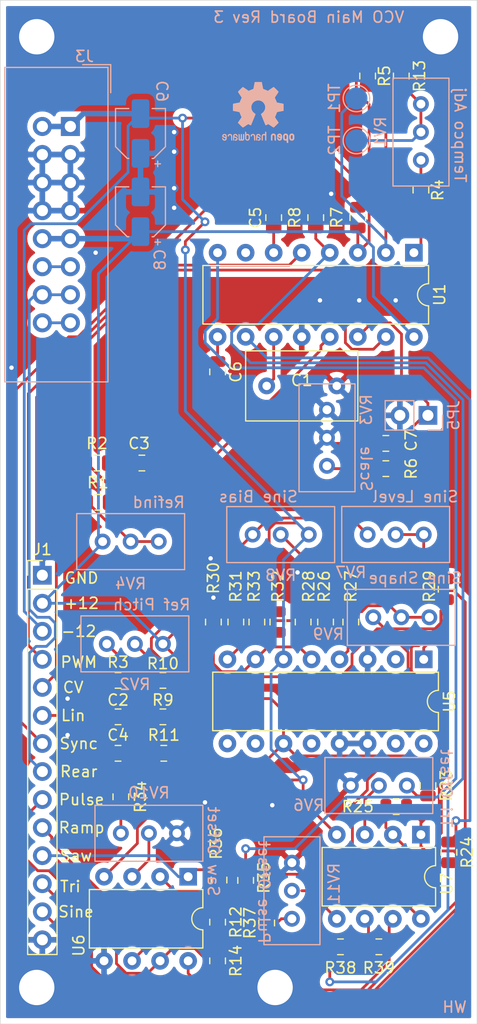
<source format=kicad_pcb>
(kicad_pcb (version 20171130) (host pcbnew 5.1.4)
  (layers (0 F.Cu signal) (31 B.Cu signal) (34 B.Paste user) (35 F.Paste user) (36 B.SilkS user) (37 F.SilkS user) (38 B.Mask user) (39 F.Mask user) (44 Edge.Cuts user))
  (net 0 "")
  (net 1 "Net-(C1-Pad2)")
  (net 2 GNDREF)
  (net 3 "Net-(C3-Pad2)")
  (net 4 "Net-(C4-Pad2)")
  (net 5 "Net-(C5-Pad1)")
  (net 6 "Net-(R4-Pad2)")
  (net 7 "Net-(R4-Pad1)")
  (net 8 "Net-(R5-Pad2)")
  (net 9 /Vee)
  (net 10 -12V)
  (net 11 "/Output Conditioning/RAW_PULSE")
  (net 12 +12V)
  (net 13 "Net-(R10-Pad2)")
  (net 14 "Net-(R10-Pad1)")
  (net 15 "Net-(R13-Pad2)")
  (net 16 "Net-(R23-Pad2)")
  (net 17 "Net-(R24-Pad2)")
  (net 18 "/Output Conditioning/RAW_TRI")
  (net 19 "Net-(R26-Pad2)")
  (net 20 "Net-(R26-Pad1)")
  (net 21 "Net-(R27-Pad2)")
  (net 22 "Net-(R29-Pad1)")
  (net 23 "Net-(R29-Pad2)")
  (net 24 "Net-(R30-Pad1)")
  (net 25 "Net-(R32-Pad1)")
  (net 26 "Net-(R34-Pad2)")
  (net 27 "Net-(R35-Pad2)")
  (net 28 "Net-(R37-Pad2)")
  (net 29 "Net-(R38-Pad2)")
  (net 30 "Net-(RV6-Pad2)")
  (net 31 "Net-(RV10-Pad2)")
  (net 32 "Net-(RV11-Pad2)")
  (net 33 "Net-(C7-Pad2)")
  (net 34 "Net-(R6-Pad1)")
  (net 35 +5V)
  (net 36 "Net-(U1-Pad7)")
  (net 37 "Net-(U5-Pad9)")
  (net 38 "Net-(U5-Pad2)")
  (net 39 "Net-(U5-Pad10)")
  (net 40 "Net-(U5-Pad12)")
  (net 41 "Net-(U5-Pad15)")
  (net 42 "Net-(U5-Pad16)")
  (net 43 "Net-(C2-Pad1)")
  (net 44 "Net-(C6-Pad1)")
  (net 45 "Net-(R3-Pad2)")
  (net 46 /LIN)
  (net 47 /SYNC)
  (net 48 /PWM)
  (net 49 /CV)
  (net 50 /REAR_CV)
  (net 51 /Pulse)
  (net 52 /Ramp)
  (net 53 /Saw)
  (net 54 /Tri)
  (net 55 /Sine)
  (net 56 /REAR_GATE)
  (net 57 "Net-(R1-Pad2)")
  (net 58 "Net-(R12-Pad2)")
  (net 59 "/Output Conditioning/RAW_RAMP")
  (module Symbol:OSHW-Logo2_7.3x6mm_SilkScreen (layer B.Cu) (at 90.678 77.47 180)
    (fp_text reference REF** hide)
    (fp_text value OSHW-Logo2_7.3x6mm_SilkScreen hide)
  )
  (module Resistor_SMD:R_0805_2012Metric (layer F.Cu) (at 105.41 84.5035 270)
    (fp_text reference R4 (at 0 -1.524 90) (layer F.SilkS))
    (fp_text value 18K)
    (pad 2 smd roundrect (at 0.9375 0 270) (size 0.975 1.4) (layers F.Cu F.Paste F.Mask) (net 6 "Net-(R4-Pad2)"))
    (pad 1 smd roundrect (at -0.9375 0 270) (size 0.975 1.4) (layers F.Cu F.Paste F.Mask) (net 7 "Net-(R4-Pad1)"))
  )
  (module Resistor_SMD:R_0805_2012Metric (layer F.Cu) (at 100.584 74.168 270)
    (fp_text reference R5 (at 0 -1.524 90) (layer F.SilkS))
    (fp_text value 5.6K)
    (pad 2 smd roundrect (at 0.9375 0 270) (size 0.975 1.4) (layers F.Cu F.Paste F.Mask) (net 8 "Net-(R5-Pad2)"))
    (pad 1 smd roundrect (at -0.9375 0 270) (size 0.975 1.4) (layers F.Cu F.Paste F.Mask) (net 9 /Vee))
  )
  (module Resistor_SMD:R_0805_2012Metric (layer F.Cu) (at 102.235 109.728)
    (fp_text reference R6 (at 2.286 0 270) (layer F.SilkS))
    (fp_text value 1K)
    (pad 2 smd roundrect (at 0.9375 0) (size 0.975 1.4) (layers F.Cu F.Paste F.Mask) (net 33 "Net-(C7-Pad2)"))
    (pad 1 smd roundrect (at -0.9375 0) (size 0.975 1.4) (layers F.Cu F.Paste F.Mask) (net 34 "Net-(R6-Pad1)"))
  )
  (module Resistor_SMD:R_0805_2012Metric (layer F.Cu) (at 99.695 86.995 90)
    (fp_text reference R7 (at 0 -1.905 90) (layer F.SilkS))
    (fp_text value 680)
    (pad 2 smd roundrect (at 0.9375 0 90) (size 0.975 1.4) (layers F.Cu F.Paste F.Mask) (net 10 -12V))
    (pad 1 smd roundrect (at -0.9375 0 90) (size 0.975 1.4) (layers F.Cu F.Paste F.Mask) (net 9 /Vee))
  )
  (module Resistor_SMD:R_0805_2012Metric (layer F.Cu) (at 95.885 86.995 270)
    (fp_text reference R8 (at 0 1.905 90) (layer F.SilkS))
    (fp_text value 51K)
    (pad 2 smd roundrect (at 0.9375 0 270) (size 0.975 1.4) (layers F.Cu F.Paste F.Mask) (net 11 "/Output Conditioning/RAW_PULSE"))
    (pad 1 smd roundrect (at -0.9375 0 270) (size 0.975 1.4) (layers F.Cu F.Paste F.Mask) (net 2 GNDREF))
  )
  (module Resistor_SMD:R_0805_2012Metric (layer F.Cu) (at 106.045 138.43 270)
    (fp_text reference R23 (at 0 -1.65 90) (layer F.SilkS))
    (fp_text value 100K)
    (pad 2 smd roundrect (at 0.9375 0 270) (size 0.975 1.4) (layers F.Cu F.Paste F.Mask) (net 16 "Net-(R23-Pad2)"))
    (pad 1 smd roundrect (at -0.9375 0 270) (size 0.975 1.4) (layers F.Cu F.Paste F.Mask) (net 12 +12V))
  )
  (module Resistor_SMD:R_0805_2012Metric (layer F.Cu) (at 107.95 144.4775 270)
    (fp_text reference R24 (at 0 -1.65 90) (layer F.SilkS))
    (fp_text value 10K)
    (pad 2 smd roundrect (at 0.9375 0 270) (size 0.975 1.4) (layers F.Cu F.Paste F.Mask) (net 17 "Net-(R24-Pad2)"))
    (pad 1 smd roundrect (at -0.9375 0 270) (size 0.975 1.4) (layers F.Cu F.Paste F.Mask) (net 18 "/Output Conditioning/RAW_TRI"))
  )
  (module Resistor_SMD:R_0805_2012Metric (layer F.Cu) (at 103.1725 140.335)
    (fp_text reference R25 (at -3.4775 0) (layer F.SilkS))
    (fp_text value 10K)
    (pad 2 smd roundrect (at 0.9375 0) (size 0.975 1.4) (layers F.Cu F.Paste F.Mask) (net 54 /Tri))
    (pad 1 smd roundrect (at -0.9375 0) (size 0.975 1.4) (layers F.Cu F.Paste F.Mask) (net 17 "Net-(R24-Pad2)"))
  )
  (module Resistor_SMD:R_0805_2012Metric (layer F.Cu) (at 96.774 123.6195 270)
    (fp_text reference R26 (at -3.2235 0.127 90) (layer F.SilkS))
    (fp_text value 470K)
    (pad 2 smd roundrect (at 0.9375 0 270) (size 0.975 1.4) (layers F.Cu F.Paste F.Mask) (net 19 "Net-(R26-Pad2)"))
    (pad 1 smd roundrect (at -0.9375 0 270) (size 0.975 1.4) (layers F.Cu F.Paste F.Mask) (net 20 "Net-(R26-Pad1)"))
  )
  (module Resistor_SMD:R_0805_2012Metric (layer F.Cu) (at 99.06 123.6195 90)
    (fp_text reference R27 (at 3.2235 0 90) (layer F.SilkS))
    (fp_text value 20K)
    (pad 2 smd roundrect (at 0.9375 0 90) (size 0.975 1.4) (layers F.Cu F.Paste F.Mask) (net 21 "Net-(R27-Pad2)"))
    (pad 1 smd roundrect (at -0.9375 0 90) (size 0.975 1.4) (layers F.Cu F.Paste F.Mask) (net 19 "Net-(R26-Pad2)"))
  )
  (module Resistor_SMD:R_0805_2012Metric (layer F.Cu) (at 94.742 123.6195 90)
    (fp_text reference R28 (at 3.2235 0.508 90) (layer F.SilkS))
    (fp_text value 1K)
    (pad 2 smd roundrect (at 0.9375 0 90) (size 0.975 1.4) (layers F.Cu F.Paste F.Mask) (net 2 GNDREF))
    (pad 1 smd roundrect (at -0.9375 0 90) (size 0.975 1.4) (layers F.Cu F.Paste F.Mask) (net 19 "Net-(R26-Pad2)"))
  )
  (module Resistor_SMD:R_0805_2012Metric (layer F.Cu) (at 107.696 120.65 90)
    (fp_text reference R29 (at 0.254 -1.524 90) (layer F.SilkS))
    (fp_text value 100K)
    (pad 2 smd roundrect (at 0.9375 0 90) (size 0.975 1.4) (layers F.Cu F.Paste F.Mask) (net 23 "Net-(R29-Pad2)"))
    (pad 1 smd roundrect (at -0.9375 0 90) (size 0.975 1.4) (layers F.Cu F.Paste F.Mask) (net 22 "Net-(R29-Pad1)"))
  )
  (module Resistor_SMD:R_0805_2012Metric (layer F.Cu) (at 86.614 123.6195 90)
    (fp_text reference R30 (at 3.9855 0 90) (layer F.SilkS))
    (fp_text value 130K)
    (pad 2 smd roundrect (at 0.9375 0 90) (size 0.975 1.4) (layers F.Cu F.Paste F.Mask) (net 2 GNDREF))
    (pad 1 smd roundrect (at -0.9375 0 90) (size 0.975 1.4) (layers F.Cu F.Paste F.Mask) (net 24 "Net-(R30-Pad1)"))
  )
  (module Resistor_SMD:R_0805_2012Metric (layer F.Cu) (at 88.646 123.6195 270)
    (fp_text reference R31 (at -3.2235 0 90) (layer F.SilkS))
    (fp_text value 1M)
    (pad 2 smd roundrect (at 0.9375 0 270) (size 0.975 1.4) (layers F.Cu F.Paste F.Mask) (net 24 "Net-(R30-Pad1)"))
    (pad 1 smd roundrect (at -0.9375 0 270) (size 0.975 1.4) (layers F.Cu F.Paste F.Mask) (net 12 +12V))
  )
  (module Resistor_SMD:R_0805_2012Metric (layer F.Cu) (at 92.456 123.6195 90)
    (fp_text reference R32 (at 3.2235 0 90) (layer F.SilkS))
    (fp_text value 4.7K)
    (pad 2 smd roundrect (at 0.9375 0 90) (size 0.975 1.4) (layers F.Cu F.Paste F.Mask) (net 10 -12V))
    (pad 1 smd roundrect (at -0.9375 0 90) (size 0.975 1.4) (layers F.Cu F.Paste F.Mask) (net 25 "Net-(R32-Pad1)"))
  )
  (module Resistor_SMD:R_0805_2012Metric (layer F.Cu) (at 90.551 123.6195 90)
    (fp_text reference R33 (at 3.2235 -0.254 90) (layer F.SilkS))
    (fp_text value 1K)
    (pad 2 smd roundrect (at 0.9375 0 90) (size 0.975 1.4) (layers F.Cu F.Paste F.Mask) (net 55 /Sine))
    (pad 1 smd roundrect (at -0.9375 0 90) (size 0.975 1.4) (layers F.Cu F.Paste F.Mask) (net 25 "Net-(R32-Pad1)"))
  )
  (module Resistor_SMD:R_0805_2012Metric (layer F.Cu) (at 78.232 139.446 270)
    (fp_text reference R34 (at 0 -1.778 90) (layer F.SilkS))
    (fp_text value 100K)
    (pad 2 smd roundrect (at 0.9375 0 270) (size 0.975 1.4) (layers F.Cu F.Paste F.Mask) (net 26 "Net-(R34-Pad2)"))
    (pad 1 smd roundrect (at -0.9375 0 270) (size 0.975 1.4) (layers F.Cu F.Paste F.Mask) (net 12 +12V))
  )
  (module Resistor_SMD:R_0805_2012Metric (layer F.Cu) (at 89.535 147.0175 270)
    (fp_text reference R35 (at -0.254 -1.651 90) (layer F.SilkS))
    (fp_text value 20K)
    (pad 2 smd roundrect (at 0.9375 0 270) (size 0.975 1.4) (layers F.Cu F.Paste F.Mask) (net 27 "Net-(R35-Pad2)"))
    (pad 1 smd roundrect (at -0.9375 0 270) (size 0.975 1.4) (layers F.Cu F.Paste F.Mask) (net 59 "/Output Conditioning/RAW_RAMP"))
  )
  (module Resistor_SMD:R_0805_2012Metric (layer F.Cu) (at 87.122 146.9875 90)
    (fp_text reference R36 (at 3.302 -0.254 90) (layer F.SilkS))
    (fp_text value 10K)
    (pad 2 smd roundrect (at 0.9375 0 90) (size 0.975 1.4) (layers F.Cu F.Paste F.Mask) (net 53 /Saw))
    (pad 1 smd roundrect (at -0.9375 0 90) (size 0.975 1.4) (layers F.Cu F.Paste F.Mask) (net 27 "Net-(R35-Pad2)"))
  )
  (module Resistor_SMD:R_0805_2012Metric (layer F.Cu) (at 91.44 150.876 270)
    (fp_text reference R37 (at 0 1.524 90) (layer F.SilkS))
    (fp_text value 100K)
    (pad 2 smd roundrect (at 0.9375 0 270) (size 0.975 1.4) (layers F.Cu F.Paste F.Mask) (net 28 "Net-(R37-Pad2)"))
    (pad 1 smd roundrect (at -0.9375 0 270) (size 0.975 1.4) (layers F.Cu F.Paste F.Mask) (net 12 +12V))
  )
  (module Resistor_SMD:R_0805_2012Metric (layer F.Cu) (at 98.1225 153.035)
    (fp_text reference R38 (at 0 1.905) (layer F.SilkS))
    (fp_text value 24K)
    (pad 2 smd roundrect (at 0.9375 0) (size 0.975 1.4) (layers F.Cu F.Paste F.Mask) (net 29 "Net-(R38-Pad2)"))
    (pad 1 smd roundrect (at -0.9375 0) (size 0.975 1.4) (layers F.Cu F.Paste F.Mask) (net 11 "/Output Conditioning/RAW_PULSE"))
  )
  (module Resistor_SMD:R_0805_2012Metric (layer F.Cu) (at 101.6 153.035)
    (fp_text reference R39 (at 0 1.905) (layer F.SilkS))
    (fp_text value 9.1K)
    (pad 2 smd roundrect (at 0.9375 0) (size 0.975 1.4) (layers F.Cu F.Paste F.Mask) (net 51 /Pulse))
    (pad 1 smd roundrect (at -0.9375 0) (size 0.975 1.4) (layers F.Cu F.Paste F.Mask) (net 29 "Net-(R38-Pad2)"))
  )
  (module Potentiometer_THT:Potentiometer_Bourns_3296W_Vertical (layer B.Cu) (at 105.41 81.788 270)
    (fp_text reference RV1 (at -2.54 3.66 90) (layer B.SilkS) (effects (justify mirror)))
    (fp_text value 5K)
    (pad 3 thru_hole circle (at -5.08 0 270) (size 1.44 1.44) (drill 0.8) (layers *.Cu *.Mask) (net 15 "Net-(R13-Pad2)"))
    (pad 2 thru_hole circle (at -2.54 0 270) (size 1.44 1.44) (drill 0.8) (layers *.Cu *.Mask) (net 15 "Net-(R13-Pad2)"))
    (pad 1 thru_hole circle (at 0 0 270) (size 1.44 1.44) (drill 0.8) (layers *.Cu *.Mask) (net 7 "Net-(R4-Pad1)"))
  )
  (module Potentiometer_THT:Potentiometer_Bourns_3296W_Vertical (layer B.Cu) (at 104.14 138.43)
    (fp_text reference RV6 (at -8.89 1.778) (layer B.SilkS) (effects (justify mirror)))
    (fp_text value 20K)
    (pad 3 thru_hole circle (at -5.08 0) (size 1.44 1.44) (drill 0.8) (layers *.Cu *.Mask) (net 2 GNDREF))
    (pad 2 thru_hole circle (at -2.54 0) (size 1.44 1.44) (drill 0.8) (layers *.Cu *.Mask) (net 30 "Net-(RV6-Pad2)"))
    (pad 1 thru_hole circle (at 0 0) (size 1.44 1.44) (drill 0.8) (layers *.Cu *.Mask) (net 16 "Net-(R23-Pad2)"))
  )
  (module Potentiometer_THT:Potentiometer_Bourns_3296W_Vertical (layer B.Cu) (at 101.092 123.19 180)
    (fp_text reference RV7 (at 2.032 4.064) (layer B.SilkS) (effects (justify mirror)))
    (fp_text value 100K)
    (pad 1 thru_hole circle (at 0 0 180) (size 1.44 1.44) (drill 0.8) (layers *.Cu *.Mask) (net 54 /Tri))
    (pad 2 thru_hole circle (at -2.54 0 180) (size 1.44 1.44) (drill 0.8) (layers *.Cu *.Mask) (net 21 "Net-(R27-Pad2)"))
    (pad 3 thru_hole circle (at -5.08 0 180) (size 1.44 1.44) (drill 0.8) (layers *.Cu *.Mask) (net 21 "Net-(R27-Pad2)"))
  )
  (module Potentiometer_THT:Potentiometer_Bourns_3296W_Vertical (layer B.Cu) (at 90.17 115.697 180)
    (fp_text reference RV8 (at -2.54 -3.683) (layer B.SilkS) (effects (justify mirror)))
    (fp_text value 100K)
    (pad 1 thru_hole circle (at 0 0 180) (size 1.44 1.44) (drill 0.8) (layers *.Cu *.Mask) (net 12 +12V))
    (pad 2 thru_hole circle (at -2.54 0 180) (size 1.44 1.44) (drill 0.8) (layers *.Cu *.Mask) (net 20 "Net-(R26-Pad1)"))
    (pad 3 thru_hole circle (at -5.08 0 180) (size 1.44 1.44) (drill 0.8) (layers *.Cu *.Mask) (net 10 -12V))
  )
  (module Potentiometer_THT:Potentiometer_Bourns_3296W_Vertical (layer B.Cu) (at 105.664 115.697)
    (fp_text reference RV9 (at -8.636 9.017) (layer B.SilkS) (effects (justify mirror)))
    (fp_text value 1M)
    (pad 3 thru_hole circle (at -5.08 0) (size 1.44 1.44) (drill 0.8) (layers *.Cu *.Mask) (net 12 +12V))
    (pad 2 thru_hole circle (at -2.54 0) (size 1.44 1.44) (drill 0.8) (layers *.Cu *.Mask) (net 23 "Net-(R29-Pad2)"))
    (pad 1 thru_hole circle (at 0 0) (size 1.44 1.44) (drill 0.8) (layers *.Cu *.Mask) (net 23 "Net-(R29-Pad2)"))
  )
  (module Potentiometer_THT:Potentiometer_Bourns_3296W_Vertical (layer B.Cu) (at 78.232 142.748 180)
    (fp_text reference RV10 (at -2.54 3.66) (layer B.SilkS) (effects (justify mirror)))
    (fp_text value 20K)
    (pad 3 thru_hole circle (at -5.08 0 180) (size 1.44 1.44) (drill 0.8) (layers *.Cu *.Mask) (net 2 GNDREF))
    (pad 2 thru_hole circle (at -2.54 0 180) (size 1.44 1.44) (drill 0.8) (layers *.Cu *.Mask) (net 31 "Net-(RV10-Pad2)"))
    (pad 1 thru_hole circle (at 0 0 180) (size 1.44 1.44) (drill 0.8) (layers *.Cu *.Mask) (net 26 "Net-(R34-Pad2)"))
  )
  (module Potentiometer_THT:Potentiometer_Bourns_3296W_Vertical (layer B.Cu) (at 93.726 150.495 270)
    (fp_text reference RV11 (at -3.175 -3.81 90) (layer B.SilkS) (effects (justify mirror)))
    (fp_text value 20K)
    (pad 1 thru_hole circle (at 0 0 270) (size 1.44 1.44) (drill 0.8) (layers *.Cu *.Mask) (net 28 "Net-(R37-Pad2)"))
    (pad 2 thru_hole circle (at -2.54 0 270) (size 1.44 1.44) (drill 0.8) (layers *.Cu *.Mask) (net 32 "Net-(RV11-Pad2)"))
    (pad 3 thru_hole circle (at -5.08 0 270) (size 1.44 1.44) (drill 0.8) (layers *.Cu *.Mask) (net 2 GNDREF))
  )
  (module Capacitor_SMD:C_0805_2012Metric (layer F.Cu) (at 102.235 107.442)
    (fp_text reference C7 (at 2.286 -0.254 270) (layer F.SilkS))
    (fp_text value 560pF)
    (pad 1 smd roundrect (at -0.9375 0) (size 0.975 1.4) (layers F.Cu F.Paste F.Mask) (net 2 GNDREF))
    (pad 2 smd roundrect (at 0.9375 0) (size 0.975 1.4) (layers F.Cu F.Paste F.Mask) (net 33 "Net-(C7-Pad2)"))
  )
  (module Connector_PinHeader_2.54mm:PinHeader_1x02_P2.54mm_Vertical (layer B.Cu) (at 106.045 104.902 90)
    (fp_text reference JP5 (at 0 2.33 90) (layer B.SilkS) (effects (justify mirror)))
    (fp_text value Jumper)
    (pad 1 thru_hole rect (at 0 0 90) (size 1.7 1.7) (drill 1) (layers *.Cu *.Mask) (net 33 "Net-(C7-Pad2)"))
    (pad 2 thru_hole oval (at 0 -2.54 90) (size 1.7 1.7) (drill 1) (layers *.Cu *.Mask) (net 2 GNDREF))
  )
  (module Resistor_SMD:R_0805_2012Metric (layer F.Cu) (at 103.632 74.168 270)
    (fp_text reference R13 (at 0 -1.65 90) (layer F.SilkS))
    (fp_text value 5.6K)
    (pad 2 smd roundrect (at 0.9375 0 270) (size 0.975 1.4) (layers F.Cu F.Paste F.Mask) (net 15 "Net-(R13-Pad2)"))
    (pad 1 smd roundrect (at -0.9375 0 270) (size 0.975 1.4) (layers F.Cu F.Paste F.Mask) (net 9 /Vee))
  )
  (module Potentiometer_THT:Potentiometer_Bourns_3296W_Vertical (layer B.Cu) (at 96.901 109.474 270)
    (fp_text reference RV3 (at -5.08 -3.556 90) (layer B.SilkS) (effects (justify mirror)))
    (fp_text value 1K)
    (pad 1 thru_hole circle (at 0 0 270) (size 1.44 1.44) (drill 0.8) (layers *.Cu *.Mask) (net 34 "Net-(R6-Pad1)"))
    (pad 2 thru_hole circle (at -2.54 0 270) (size 1.44 1.44) (drill 0.8) (layers *.Cu *.Mask) (net 2 GNDREF))
    (pad 3 thru_hole circle (at -5.08 0 270) (size 1.44 1.44) (drill 0.8) (layers *.Cu *.Mask) (net 2 GNDREF))
  )
  (module TestPoint:TestPoint_Pad_D2.0mm (layer B.Cu) (at 99.568 76.2 270)
    (fp_text reference TP1 (at 0 1.998 90) (layer B.SilkS) (effects (justify mirror)))
    (fp_text value TestPoint)
    (pad 1 smd circle (at 0 0 270) (size 2 2) (layers B.Cu B.Mask) (net 8 "Net-(R5-Pad2)"))
  )
  (module TestPoint:TestPoint_Pad_D2.0mm (layer B.Cu) (at 99.568 80.01 270)
    (fp_text reference TP2 (at 0 1.998 90) (layer B.SilkS) (effects (justify mirror)))
    (fp_text value TestPoint)
    (pad 1 smd circle (at 0 0 270) (size 2 2) (layers B.Cu B.Mask) (net 15 "Net-(R13-Pad2)"))
  )
  (module Connector_IDC:IDC-Header_2x08_P2.54mm_Vertical (layer B.Cu) (at 73.66 78.74 180)
    (fp_text reference J3 (at -1.27 6.35) (layer B.SilkS) (effects (justify mirror)))
    (fp_text value Power)
    (pad 1 thru_hole rect (at 0 0 180) (size 1.7272 1.7272) (drill 1.016) (layers *.Cu *.Mask) (net 10 -12V))
    (pad 2 thru_hole oval (at 2.54 0 180) (size 1.7272 1.7272) (drill 1.016) (layers *.Cu *.Mask) (net 10 -12V))
    (pad 3 thru_hole oval (at 0 -2.54 180) (size 1.7272 1.7272) (drill 1.016) (layers *.Cu *.Mask) (net 2 GNDREF))
    (pad 4 thru_hole oval (at 2.54 -2.54 180) (size 1.7272 1.7272) (drill 1.016) (layers *.Cu *.Mask) (net 2 GNDREF))
    (pad 5 thru_hole oval (at 0 -5.08 180) (size 1.7272 1.7272) (drill 1.016) (layers *.Cu *.Mask) (net 2 GNDREF))
    (pad 6 thru_hole oval (at 2.54 -5.08 180) (size 1.7272 1.7272) (drill 1.016) (layers *.Cu *.Mask) (net 2 GNDREF))
    (pad 7 thru_hole oval (at 0 -7.62 180) (size 1.7272 1.7272) (drill 1.016) (layers *.Cu *.Mask) (net 2 GNDREF))
    (pad 8 thru_hole oval (at 2.54 -7.62 180) (size 1.7272 1.7272) (drill 1.016) (layers *.Cu *.Mask) (net 2 GNDREF))
    (pad 9 thru_hole oval (at 0 -10.16 180) (size 1.7272 1.7272) (drill 1.016) (layers *.Cu *.Mask) (net 12 +12V))
    (pad 10 thru_hole oval (at 2.54 -10.16 180) (size 1.7272 1.7272) (drill 1.016) (layers *.Cu *.Mask) (net 12 +12V))
    (pad 11 thru_hole oval (at 0 -12.7 180) (size 1.7272 1.7272) (drill 1.016) (layers *.Cu *.Mask) (net 35 +5V))
    (pad 12 thru_hole oval (at 2.54 -12.7 180) (size 1.7272 1.7272) (drill 1.016) (layers *.Cu *.Mask) (net 35 +5V))
    (pad 13 thru_hole oval (at 0 -15.24 180) (size 1.7272 1.7272) (drill 1.016) (layers *.Cu *.Mask) (net 50 /REAR_CV))
    (pad 14 thru_hole oval (at 2.54 -15.24 180) (size 1.7272 1.7272) (drill 1.016) (layers *.Cu *.Mask) (net 50 /REAR_CV))
    (pad 15 thru_hole oval (at 0 -17.78 180) (size 1.7272 1.7272) (drill 1.016) (layers *.Cu *.Mask) (net 56 /REAR_GATE))
    (pad 16 thru_hole oval (at 2.54 -17.78 180) (size 1.7272 1.7272) (drill 1.016) (layers *.Cu *.Mask) (net 56 /REAR_GATE))
  )
  (module Package_DIP:DIP-16_W7.62mm (layer F.Cu) (at 104.775 90.17 270)
    (fp_text reference U1 (at 3.81 -2.33 90) (layer F.SilkS))
    (fp_text value AS3340)
    (pad 1 thru_hole rect (at 0 0 270) (size 1.6 1.6) (drill 0.8) (layers *.Cu *.Mask) (net 6 "Net-(R4-Pad2)"))
    (pad 9 thru_hole oval (at 7.62 17.78 270) (size 1.6 1.6) (drill 0.8) (layers *.Cu *.Mask) (net 44 "Net-(C6-Pad1)"))
    (pad 2 thru_hole oval (at 0 2.54 270) (size 1.6 1.6) (drill 0.8) (layers *.Cu *.Mask) (net 8 "Net-(R5-Pad2)"))
    (pad 10 thru_hole oval (at 7.62 15.24 270) (size 1.6 1.6) (drill 0.8) (layers *.Cu *.Mask) (net 18 "/Output Conditioning/RAW_TRI"))
    (pad 3 thru_hole oval (at 0 5.08 270) (size 1.6 1.6) (drill 0.8) (layers *.Cu *.Mask) (net 9 /Vee))
    (pad 11 thru_hole oval (at 7.62 12.7 270) (size 1.6 1.6) (drill 0.8) (layers *.Cu *.Mask) (net 1 "Net-(C1-Pad2)"))
    (pad 4 thru_hole oval (at 0 7.62 270) (size 1.6 1.6) (drill 0.8) (layers *.Cu *.Mask) (net 11 "/Output Conditioning/RAW_PULSE"))
    (pad 12 thru_hole oval (at 7.62 10.16 270) (size 1.6 1.6) (drill 0.8) (layers *.Cu *.Mask) (net 2 GNDREF))
    (pad 5 thru_hole oval (at 0 10.16 270) (size 1.6 1.6) (drill 0.8) (layers *.Cu *.Mask) (net 48 /PWM))
    (pad 13 thru_hole oval (at 7.62 7.62 270) (size 1.6 1.6) (drill 0.8) (layers *.Cu *.Mask) (net 14 "Net-(R10-Pad1)"))
    (pad 6 thru_hole oval (at 0 12.7 270) (size 1.6 1.6) (drill 0.8) (layers *.Cu *.Mask) (net 5 "Net-(C5-Pad1)"))
    (pad 14 thru_hole oval (at 7.62 5.08 270) (size 1.6 1.6) (drill 0.8) (layers *.Cu *.Mask) (net 33 "Net-(C7-Pad2)"))
    (pad 7 thru_hole oval (at 0 15.24 270) (size 1.6 1.6) (drill 0.8) (layers *.Cu *.Mask) (net 36 "Net-(U1-Pad7)"))
    (pad 15 thru_hole oval (at 7.62 2.54 270) (size 1.6 1.6) (drill 0.8) (layers *.Cu *.Mask) (net 49 /CV))
    (pad 8 thru_hole oval (at 0 17.78 270) (size 1.6 1.6) (drill 0.8) (layers *.Cu *.Mask) (net 59 "/Output Conditioning/RAW_RAMP"))
    (pad 16 thru_hole oval (at 7.62 0 270) (size 1.6 1.6) (drill 0.8) (layers *.Cu *.Mask) (net 12 +12V))
  )
  (module Package_DIP:DIP-8_W7.62mm (layer F.Cu) (at 84.328 146.685 270)
    (fp_text reference U6 (at 6.223 9.906 90) (layer F.SilkS))
    (fp_text value TL072)
    (pad 8 thru_hole oval (at 7.62 0 270) (size 1.6 1.6) (drill 0.8) (layers *.Cu *.Mask) (net 12 +12V))
    (pad 4 thru_hole oval (at 0 7.62 270) (size 1.6 1.6) (drill 0.8) (layers *.Cu *.Mask) (net 10 -12V))
    (pad 7 thru_hole oval (at 7.62 2.54 270) (size 1.6 1.6) (drill 0.8) (layers *.Cu *.Mask) (net 52 /Ramp))
    (pad 3 thru_hole oval (at 0 5.08 270) (size 1.6 1.6) (drill 0.8) (layers *.Cu *.Mask) (net 31 "Net-(RV10-Pad2)"))
    (pad 6 thru_hole oval (at 7.62 5.08 270) (size 1.6 1.6) (drill 0.8) (layers *.Cu *.Mask) (net 58 "Net-(R12-Pad2)"))
    (pad 2 thru_hole oval (at 0 2.54 270) (size 1.6 1.6) (drill 0.8) (layers *.Cu *.Mask) (net 27 "Net-(R35-Pad2)"))
    (pad 5 thru_hole oval (at 7.62 7.62 270) (size 1.6 1.6) (drill 0.8) (layers *.Cu *.Mask) (net 2 GNDREF))
    (pad 1 thru_hole rect (at 0 0 270) (size 1.6 1.6) (drill 0.8) (layers *.Cu *.Mask) (net 53 /Saw))
  )
  (module Package_DIP:DIP-16_W7.62mm (layer F.Cu) (at 105.664 127 270)
    (fp_text reference U5 (at 3.81 -2.33 90) (layer F.SilkS))
    (fp_text value LM13700)
    (pad 1 thru_hole rect (at 0 0 270) (size 1.6 1.6) (drill 0.8) (layers *.Cu *.Mask) (net 22 "Net-(R29-Pad1)"))
    (pad 9 thru_hole oval (at 7.62 17.78 270) (size 1.6 1.6) (drill 0.8) (layers *.Cu *.Mask) (net 37 "Net-(U5-Pad9)"))
    (pad 2 thru_hole oval (at 0 2.54 270) (size 1.6 1.6) (drill 0.8) (layers *.Cu *.Mask) (net 38 "Net-(U5-Pad2)"))
    (pad 10 thru_hole oval (at 7.62 15.24 270) (size 1.6 1.6) (drill 0.8) (layers *.Cu *.Mask) (net 39 "Net-(U5-Pad10)"))
    (pad 3 thru_hole oval (at 0 5.08 270) (size 1.6 1.6) (drill 0.8) (layers *.Cu *.Mask) (net 2 GNDREF))
    (pad 11 thru_hole oval (at 7.62 12.7 270) (size 1.6 1.6) (drill 0.8) (layers *.Cu *.Mask) (net 12 +12V))
    (pad 4 thru_hole oval (at 0 7.62 270) (size 1.6 1.6) (drill 0.8) (layers *.Cu *.Mask) (net 19 "Net-(R26-Pad2)"))
    (pad 12 thru_hole oval (at 7.62 10.16 270) (size 1.6 1.6) (drill 0.8) (layers *.Cu *.Mask) (net 40 "Net-(U5-Pad12)"))
    (pad 5 thru_hole oval (at 0 10.16 270) (size 1.6 1.6) (drill 0.8) (layers *.Cu *.Mask) (net 24 "Net-(R30-Pad1)"))
    (pad 13 thru_hole oval (at 7.62 7.62 270) (size 1.6 1.6) (drill 0.8) (layers *.Cu *.Mask) (net 2 GNDREF))
    (pad 6 thru_hole oval (at 0 12.7 270) (size 1.6 1.6) (drill 0.8) (layers *.Cu *.Mask) (net 10 -12V))
    (pad 14 thru_hole oval (at 7.62 5.08 270) (size 1.6 1.6) (drill 0.8) (layers *.Cu *.Mask) (net 2 GNDREF))
    (pad 7 thru_hole oval (at 0 15.24 270) (size 1.6 1.6) (drill 0.8) (layers *.Cu *.Mask) (net 24 "Net-(R30-Pad1)"))
    (pad 15 thru_hole oval (at 7.62 2.54 270) (size 1.6 1.6) (drill 0.8) (layers *.Cu *.Mask) (net 41 "Net-(U5-Pad15)"))
    (pad 8 thru_hole oval (at 0 17.78 270) (size 1.6 1.6) (drill 0.8) (layers *.Cu *.Mask) (net 25 "Net-(R32-Pad1)"))
    (pad 16 thru_hole oval (at 7.62 0 270) (size 1.6 1.6) (drill 0.8) (layers *.Cu *.Mask) (net 42 "Net-(U5-Pad16)"))
  )
  (module Capacitor_SMD:CP_Elec_4x3 (layer B.Cu) (at 80.01 86.465 90)
    (fp_text reference C8 (at -4.34 1.778 90) (layer B.SilkS) (effects (justify mirror)))
    (fp_text value 10uF)
    (pad 1 smd roundrect (at -1.8 0 90) (size 2.6 1.6) (layers B.Cu B.Paste B.Mask) (roundrect_rratio 0.15625) (net 12 +12V))
    (pad 2 smd roundrect (at 1.8 0 90) (size 2.6 1.6) (layers B.Cu B.Paste B.Mask) (roundrect_rratio 0.15625) (net 2 GNDREF))
  )
  (module Capacitor_SMD:CP_Elec_4x3 (layer B.Cu) (at 80.01 79.375 90)
    (fp_text reference C9 (at 3.832 2.032 90) (layer B.SilkS) (effects (justify mirror)))
    (fp_text value 10uF)
    (pad 2 smd roundrect (at 1.8 0 90) (size 2.6 1.6) (layers B.Cu B.Paste B.Mask) (roundrect_rratio 0.15625) (net 10 -12V))
    (pad 1 smd roundrect (at -1.8 0 90) (size 2.6 1.6) (layers B.Cu B.Paste B.Mask) (roundrect_rratio 0.15625) (net 2 GNDREF))
  )
  (module Capacitor_SMD:C_0805_2012Metric (layer F.Cu) (at 77.978 132.207 180)
    (fp_text reference C2 (at 0 1.524) (layer F.SilkS))
    (fp_text value 100nF)
    (pad 1 smd roundrect (at -0.9375 0 180) (size 0.975 1.4) (layers F.Cu F.Paste F.Mask) (net 43 "Net-(C2-Pad1)"))
    (pad 2 smd roundrect (at 0.9375 0 180) (size 0.975 1.4) (layers F.Cu F.Paste F.Mask) (net 46 /LIN))
  )
  (module Capacitor_SMD:C_0805_2012Metric (layer F.Cu) (at 80.137 109.22 180)
    (fp_text reference C3 (at 0.254 1.778) (layer F.SilkS))
    (fp_text value 10nF)
    (pad 1 smd roundrect (at -0.9375 0 180) (size 0.975 1.4) (layers F.Cu F.Paste F.Mask) (net 2 GNDREF))
    (pad 2 smd roundrect (at 0.9375 0 180) (size 0.975 1.4) (layers F.Cu F.Paste F.Mask) (net 3 "Net-(C3-Pad2)"))
  )
  (module Capacitor_SMD:C_0805_2012Metric (layer F.Cu) (at 77.978 135.509)
    (fp_text reference C4 (at 0 -1.65) (layer F.SilkS))
    (fp_text value 10nF)
    (pad 2 smd roundrect (at 0.9375 0) (size 0.975 1.4) (layers F.Cu F.Paste F.Mask) (net 4 "Net-(C4-Pad2)"))
    (pad 1 smd roundrect (at -0.9375 0) (size 0.975 1.4) (layers F.Cu F.Paste F.Mask) (net 2 GNDREF))
  )
  (module Capacitor_SMD:C_0805_2012Metric (layer F.Cu) (at 92.075 86.995 90)
    (fp_text reference C5 (at 0 -1.65 90) (layer F.SilkS))
    (fp_text value 1nF)
    (pad 1 smd roundrect (at -0.9375 0 90) (size 0.975 1.4) (layers F.Cu F.Paste F.Mask) (net 5 "Net-(C5-Pad1)"))
    (pad 2 smd roundrect (at 0.9375 0 90) (size 0.975 1.4) (layers F.Cu F.Paste F.Mask) (net 47 /SYNC))
  )
  (module Capacitor_SMD:C_0805_2012Metric (layer F.Cu) (at 86.995 100.965 270)
    (fp_text reference C6 (at 0 -1.65 90) (layer F.SilkS))
    (fp_text value 1nF)
    (pad 2 smd roundrect (at 0.9375 0 270) (size 0.975 1.4) (layers F.Cu F.Paste F.Mask) (net 2 GNDREF))
    (pad 1 smd roundrect (at -0.9375 0 270) (size 0.975 1.4) (layers F.Cu F.Paste F.Mask) (net 44 "Net-(C6-Pad1)"))
  )
  (module Resistor_SMD:R_0805_2012Metric (layer F.Cu) (at 76.1515 112.776 180)
    (fp_text reference R1 (at 0 1.778) (layer F.SilkS))
    (fp_text value 100K)
    (pad 2 smd roundrect (at 0.9375 0 180) (size 0.975 1.4) (layers F.Cu F.Paste F.Mask) (net 57 "Net-(R1-Pad2)"))
    (pad 1 smd roundrect (at -0.9375 0 180) (size 0.975 1.4) (layers F.Cu F.Paste F.Mask) (net 49 /CV))
  )
  (module Resistor_SMD:R_0805_2012Metric (layer F.Cu) (at 76.073 109.22 180)
    (fp_text reference R2 (at 0 1.778) (layer F.SilkS))
    (fp_text value 470)
    (pad 1 smd roundrect (at -0.9375 0 180) (size 0.975 1.4) (layers F.Cu F.Paste F.Mask) (net 3 "Net-(C3-Pad2)"))
    (pad 2 smd roundrect (at 0.9375 0 180) (size 0.975 1.4) (layers F.Cu F.Paste F.Mask) (net 49 /CV))
  )
  (module Resistor_SMD:R_0805_2012Metric (layer F.Cu) (at 77.978 128.905)
    (fp_text reference R3 (at 0 -1.65) (layer F.SilkS))
    (fp_text value 22K)
    (pad 2 smd roundrect (at 0.9375 0) (size 0.975 1.4) (layers F.Cu F.Paste F.Mask) (net 45 "Net-(R3-Pad2)"))
    (pad 1 smd roundrect (at -0.9375 0) (size 0.975 1.4) (layers F.Cu F.Paste F.Mask) (net 2 GNDREF))
  )
  (module Resistor_SMD:R_0805_2012Metric (layer F.Cu) (at 82.042 132.207 180)
    (fp_text reference R9 (at 0 1.524) (layer F.SilkS))
    (fp_text value 1M)
    (pad 1 smd roundrect (at -0.9375 0 180) (size 0.975 1.4) (layers F.Cu F.Paste F.Mask) (net 14 "Net-(R10-Pad1)"))
    (pad 2 smd roundrect (at 0.9375 0 180) (size 0.975 1.4) (layers F.Cu F.Paste F.Mask) (net 43 "Net-(C2-Pad1)"))
  )
  (module Resistor_SMD:R_0805_2012Metric (layer F.Cu) (at 82.042 128.905 180)
    (fp_text reference R10 (at 0 1.524) (layer F.SilkS))
    (fp_text value 1.2M)
    (pad 2 smd roundrect (at 0.9375 0 180) (size 0.975 1.4) (layers F.Cu F.Paste F.Mask) (net 13 "Net-(R10-Pad2)"))
    (pad 1 smd roundrect (at -0.9375 0 180) (size 0.975 1.4) (layers F.Cu F.Paste F.Mask) (net 14 "Net-(R10-Pad1)"))
  )
  (module Resistor_SMD:R_0805_2012Metric (layer F.Cu) (at 82.1205 135.509)
    (fp_text reference R11 (at 0 -1.65) (layer F.SilkS))
    (fp_text value 470)
    (pad 1 smd roundrect (at -0.9375 0) (size 0.975 1.4) (layers F.Cu F.Paste F.Mask) (net 4 "Net-(C4-Pad2)"))
    (pad 2 smd roundrect (at 0.9375 0) (size 0.975 1.4) (layers F.Cu F.Paste F.Mask) (net 14 "Net-(R10-Pad1)"))
  )
  (module Potentiometer_THT:Potentiometer_Bourns_3296W_Vertical (layer B.Cu) (at 82.042 125.603)
    (fp_text reference RV2 (at -2.54 3.66) (layer B.SilkS) (effects (justify mirror)))
    (fp_text value 10K)
    (pad 3 thru_hole circle (at -5.08 0) (size 1.44 1.44) (drill 0.8) (layers *.Cu *.Mask) (net 45 "Net-(R3-Pad2)"))
    (pad 2 thru_hole circle (at -2.54 0) (size 1.44 1.44) (drill 0.8) (layers *.Cu *.Mask) (net 13 "Net-(R10-Pad2)"))
    (pad 1 thru_hole circle (at 0 0) (size 1.44 1.44) (drill 0.8) (layers *.Cu *.Mask) (net 12 +12V))
  )
  (module Potentiometer_THT:Potentiometer_Bourns_3296W_Vertical (layer B.Cu) (at 76.581 116.332 180)
    (fp_text reference RV4 (at -2.54 -3.81) (layer B.SilkS) (effects (justify mirror)))
    (fp_text value 100K)
    (pad 1 thru_hole circle (at 0 0 180) (size 1.44 1.44) (drill 0.8) (layers *.Cu *.Mask) (net 12 +12V))
    (pad 2 thru_hole circle (at -2.54 0 180) (size 1.44 1.44) (drill 0.8) (layers *.Cu *.Mask) (net 57 "Net-(R1-Pad2)"))
    (pad 3 thru_hole circle (at -5.08 0 180) (size 1.44 1.44) (drill 0.8) (layers *.Cu *.Mask) (net 57 "Net-(R1-Pad2)"))
  )
  (module Connector_PinHeader_2.54mm:PinHeader_1x14_P2.54mm_Vertical (layer F.Cu) (at 71.12 119.38)
    (fp_text reference J1 (at 0 -2.33) (layer F.SilkS))
    (fp_text value Conn_01x14)
    (pad 1 thru_hole rect (at 0 0) (size 1.7 1.7) (drill 1) (layers *.Cu *.Mask) (net 2 GNDREF))
    (pad 2 thru_hole oval (at 0 2.54) (size 1.7 1.7) (drill 1) (layers *.Cu *.Mask) (net 12 +12V))
    (pad 3 thru_hole oval (at 0 5.08) (size 1.7 1.7) (drill 1) (layers *.Cu *.Mask) (net 10 -12V))
    (pad 4 thru_hole oval (at 0 7.62) (size 1.7 1.7) (drill 1) (layers *.Cu *.Mask) (net 48 /PWM))
    (pad 5 thru_hole oval (at 0 10.16) (size 1.7 1.7) (drill 1) (layers *.Cu *.Mask) (net 49 /CV))
    (pad 6 thru_hole oval (at 0 12.7) (size 1.7 1.7) (drill 1) (layers *.Cu *.Mask) (net 46 /LIN))
    (pad 7 thru_hole oval (at 0 15.24) (size 1.7 1.7) (drill 1) (layers *.Cu *.Mask) (net 47 /SYNC))
    (pad 8 thru_hole oval (at 0 17.78) (size 1.7 1.7) (drill 1) (layers *.Cu *.Mask) (net 50 /REAR_CV))
    (pad 9 thru_hole oval (at 0 20.32) (size 1.7 1.7) (drill 1) (layers *.Cu *.Mask) (net 51 /Pulse))
    (pad 10 thru_hole oval (at 0 22.86) (size 1.7 1.7) (drill 1) (layers *.Cu *.Mask) (net 52 /Ramp))
    (pad 11 thru_hole oval (at 0 25.4) (size 1.7 1.7) (drill 1) (layers *.Cu *.Mask) (net 53 /Saw))
    (pad 12 thru_hole oval (at 0 27.94) (size 1.7 1.7) (drill 1) (layers *.Cu *.Mask) (net 54 /Tri))
    (pad 13 thru_hole oval (at 0 30.48) (size 1.7 1.7) (drill 1) (layers *.Cu *.Mask) (net 55 /Sine))
    (pad 14 thru_hole oval (at 0 33.02) (size 1.7 1.7) (drill 1) (layers *.Cu *.Mask) (net 2 GNDREF))
  )
  (module Resistor_SMD:R_0805_2012Metric (layer F.Cu) (at 86.995 150.7975 270)
    (fp_text reference R12 (at 0 -1.65 90) (layer F.SilkS))
    (fp_text value 10K)
    (pad 2 smd roundrect (at 0.9375 0 270) (size 0.975 1.4) (layers F.Cu F.Paste F.Mask) (net 58 "Net-(R12-Pad2)"))
    (pad 1 smd roundrect (at -0.9375 0 270) (size 0.975 1.4) (layers F.Cu F.Paste F.Mask) (net 53 /Saw))
  )
  (module Resistor_SMD:R_0805_2012Metric (layer F.Cu) (at 86.995 154.305 270)
    (fp_text reference R14 (at 0 -1.65 90) (layer F.SilkS))
    (fp_text value 10K)
    (pad 1 smd roundrect (at -0.9375 0 270) (size 0.975 1.4) (layers F.Cu F.Paste F.Mask) (net 58 "Net-(R12-Pad2)"))
    (pad 2 smd roundrect (at 0.9375 0 270) (size 0.975 1.4) (layers F.Cu F.Paste F.Mask) (net 52 /Ramp))
  )
  (module Package_DIP:DIP-8_W7.62mm (layer F.Cu) (at 105.41 142.875 270)
    (fp_text reference U7 (at 4.445 -2.33 90) (layer F.SilkS))
    (fp_text value TL072)
    (pad 1 thru_hole rect (at 0 0 270) (size 1.6 1.6) (drill 0.8) (layers *.Cu *.Mask) (net 54 /Tri))
    (pad 5 thru_hole oval (at 7.62 7.62 270) (size 1.6 1.6) (drill 0.8) (layers *.Cu *.Mask) (net 32 "Net-(RV11-Pad2)"))
    (pad 2 thru_hole oval (at 0 2.54 270) (size 1.6 1.6) (drill 0.8) (layers *.Cu *.Mask) (net 17 "Net-(R24-Pad2)"))
    (pad 6 thru_hole oval (at 7.62 5.08 270) (size 1.6 1.6) (drill 0.8) (layers *.Cu *.Mask) (net 29 "Net-(R38-Pad2)"))
    (pad 3 thru_hole oval (at 0 5.08 270) (size 1.6 1.6) (drill 0.8) (layers *.Cu *.Mask) (net 30 "Net-(RV6-Pad2)"))
    (pad 7 thru_hole oval (at 7.62 2.54 270) (size 1.6 1.6) (drill 0.8) (layers *.Cu *.Mask) (net 51 /Pulse))
    (pad 4 thru_hole oval (at 0 7.62 270) (size 1.6 1.6) (drill 0.8) (layers *.Cu *.Mask) (net 10 -12V))
    (pad 8 thru_hole oval (at 7.62 0 270) (size 1.6 1.6) (drill 0.8) (layers *.Cu *.Mask) (net 12 +12V))
  )
  (module Eurorack:Mica_Cap (layer F.Cu) (at 94.615 102.235 180)
    (fp_text reference C1 (at 0 0.5) (layer F.SilkS))
    (fp_text value 1nF)
    (pad 1 thru_hole circle (at -3.175 0 180) (size 1.524 1.524) (drill 0.762) (layers *.Cu *.Mask) (net 2 GNDREF))
    (pad 2 thru_hole circle (at 3.175 0 180) (size 1.524 1.524) (drill 0.762) (layers *.Cu *.Mask) (net 1 "Net-(C1-Pad2)"))
  )
  (gr_text WH (at 108.458 158.496) (layer B.SilkS) (effects (font (size 1 1)) (justify mirror)))
  (gr_text "VCO Main Board Rev 3" (at 95.25 68.834) (layer B.SilkS) (effects (font (size 1 1)) (justify mirror)))
  (gr_text Ramp (at 74.676 142.24) (layer F.SilkS) (effects (font (size 1 1))))
  (gr_line (start 110.49 160.02) (end 110.49 67.31) (layer Edge.Cuts) (width 0.05))
  (gr_line (start 67.31 160.02) (end 110.49 160.02) (layer Edge.Cuts) (width 0.05))
  (gr_line (start 67.31 67.31) (end 67.31 160.02) (layer Edge.Cuts) (width 0.05))
  (gr_line (start 67.31 67.31) (end 110.49 67.31) (layer Edge.Cuts) (width 0.05))
  (gr_text GND (at 74.676 119.634) (layer F.SilkS) (effects (font (size 1 1))))
  (gr_text "Tempco Adj" (at 108.966 79.502 270) (layer B.SilkS) (effects (font (size 1 1)) (justify mirror)))
  (gr_text "Ref Pitch" (at 81.026 122.047) (layer B.SilkS) (effects (font (size 1 1)) (justify mirror)))
  (gr_text Refind (at 81.661 112.776) (layer B.SilkS) (effects (font (size 1 1)) (justify mirror)))
  (gr_text Sine (at 74.168 149.86) (layer F.SilkS) (effects (font (size 1 1))))
  (gr_text Tri (at 73.66 147.574) (layer F.SilkS) (effects (font (size 1 1))))
  (gr_text Pulse (at 74.676 139.7) (layer F.SilkS) (effects (font (size 1 1))))
  (gr_text Saw (at 74.168 144.78) (layer F.SilkS) (effects (font (size 1 1))))
  (gr_text "Tri Offset" (at 107.696 138.684 270) (layer B.SilkS) (effects (font (size 1 1)) (justify mirror)))
  (gr_text "Pulse Offset" (at 91.186 148.082 270) (layer B.SilkS) (effects (font (size 1 1)) (justify mirror)))
  (gr_text "Saw Offset" (at 86.614 144.399 270) (layer B.SilkS) (effects (font (size 1 1)) (justify mirror)))
  (gr_text Scale (at 100.457 109.728 270) (layer B.SilkS) (effects (font (size 1 1)) (justify mirror)))
  (gr_text "Sine Shape" (at 104.902 119.634) (layer B.SilkS) (effects (font (size 1 1)) (justify mirror)))
  (gr_text "Sine Bias" (at 90.678 112.268) (layer B.SilkS) (effects (font (size 1 1)) (justify mirror)))
  (gr_text "Sine Level" (at 104.902 112.268) (layer B.SilkS) (effects (font (size 1 1)) (justify mirror)))
  (gr_text -12 (at 74.422 124.46) (layer F.SilkS) (effects (font (size 1 1))))
  (gr_text +12 (at 74.676 121.92) (layer F.SilkS) (effects (font (size 1 1))))
  (gr_text CV (at 73.914 129.54) (layer F.SilkS) (effects (font (size 1 1))))
  (gr_text Lin (at 73.914 132.08) (layer F.SilkS) (effects (font (size 1 1))))
  (gr_text Rear (at 74.422 137.16) (layer F.SilkS) (effects (font (size 1 1))))
  (gr_text "Sync\n" (at 74.422 134.62) (layer F.SilkS) (effects (font (size 1 1))))
  (gr_text PWM (at 74.422 127.254) (layer F.SilkS) (effects (font (size 1 1))))
  (segment (start 92.075 101.6) (end 91.44 102.235) (width 0.25) (layer F.Cu) (net 1))
  (segment (start 92.075 97.79) (end 92.075 101.6) (width 0.25) (layer F.Cu) (net 1))
  (via (at 70.612 156.718) (size 4.99999) (drill 3.2004) (layers F.Cu B.Cu) (net 2))
  (via (at 107.188 70.612) (size 4.99999) (drill 3.2004) (layers F.Cu B.Cu) (net 2))
  (via (at 70.612 70.612) (size 4.99999) (drill 3.2004) (layers F.Cu B.Cu) (net 2))
  (via (at 92.202 156.718) (size 4.99999) (drill 3.2004) (layers F.Cu B.Cu) (net 2))
  (segment (start 97.409 107.442) (end 96.901 106.934) (width 0.25) (layer F.Cu) (net 2))
  (segment (start 101.2975 107.442) (end 97.409 107.442) (width 0.25) (layer F.Cu) (net 2))
  (via (at 96.266 94.488) (size 0.8) (drill 0.4) (layers F.Cu B.Cu) (net 2))
  (via (at 97.282 84.836) (size 0.8) (drill 0.4) (layers F.Cu B.Cu) (net 2))
  (via (at 103.124 94.488) (size 0.8) (drill 0.4) (layers F.Cu B.Cu) (net 2))
  (via (at 83.058 79.248) (size 0.8) (drill 0.4) (layers F.Cu B.Cu) (net 2))
  (via (at 83.058 84.328) (size 0.8) (drill 0.4) (layers F.Cu B.Cu) (net 2))
  (via (at 83.058 81.026) (size 0.8) (drill 0.4) (layers F.Cu B.Cu) (net 2))
  (via (at 83.058 86.106) (size 0.8) (drill 0.4) (layers F.Cu B.Cu) (net 2))
  (via (at 75.946 90.17) (size 0.8) (drill 0.4) (layers F.Cu B.Cu) (net 2))
  (via (at 68.326 100.584) (size 0.8) (drill 0.4) (layers F.Cu B.Cu) (net 2))
  (via (at 99.822 94.488) (size 0.8) (drill 0.4) (layers F.Cu B.Cu) (net 2))
  (via (at 86.614 121.412) (size 0.8) (drill 0.4) (layers F.Cu B.Cu) (net 2))
  (via (at 94.234 119.126) (size 0.8) (drill 0.4) (layers F.Cu B.Cu) (net 2))
  (via (at 86.36 117.856) (size 0.8) (drill 0.4) (layers F.Cu B.Cu) (net 2))
  (via (at 73.406 133.858) (size 0.8) (drill 0.4) (layers F.Cu B.Cu) (net 2))
  (via (at 73.406 130.556) (size 0.8) (drill 0.4) (layers F.Cu B.Cu) (net 2))
  (via (at 85.852 139.954) (size 0.8) (drill 0.4) (layers F.Cu B.Cu) (net 2))
  (via (at 91.948 140.208) (size 0.8) (drill 0.4) (layers F.Cu B.Cu) (net 2))
  (segment (start 77.0105 109.22) (end 79.1995 109.22) (width 0.25) (layer F.Cu) (net 3))
  (segment (start 81.183 135.509) (end 78.9155 135.509) (width 0.25) (layer F.Cu) (net 4))
  (segment (start 92.075 87.9325) (end 92.075 90.17) (width 0.25) (layer F.Cu) (net 5))
  (segment (start 105.41 89.535) (end 104.775 90.17) (width 0.25) (layer F.Cu) (net 6))
  (segment (start 105.41 85.441) (end 105.41 89.535) (width 0.25) (layer F.Cu) (net 6))
  (segment (start 105.41 81.788) (end 105.41 83.566) (width 0.25) (layer F.Cu) (net 7))
  (segment (start 98.568001 77.199999) (end 99.568 76.2) (width 0.25) (layer B.Cu) (net 8))
  (segment (start 98.242999 77.525001) (end 98.568001 77.199999) (width 0.25) (layer B.Cu) (net 8))
  (segment (start 98.242999 85.046629) (end 98.242999 77.525001) (width 0.25) (layer B.Cu) (net 8))
  (segment (start 102.235 89.03863) (end 98.242999 85.046629) (width 0.25) (layer B.Cu) (net 8))
  (segment (start 102.235 90.17) (end 102.235 89.03863) (width 0.25) (layer B.Cu) (net 8))
  (segment (start 102.108 90.043) (end 102.235 90.17) (width 0.25) (layer F.Cu) (net 8))
  (segment (start 102.235 76.7565) (end 102.235 90.17) (width 0.25) (layer F.Cu) (net 8))
  (segment (start 100.584 75.1055) (end 102.235 76.7565) (width 0.25) (layer F.Cu) (net 8))
  (segment (start 99.695 87.9325) (end 99.695 90.17) (width 0.25) (layer F.Cu) (net 9))
  (segment (start 99.695 90.17) (end 100.72001 89.14499) (width 0.25) (layer F.Cu) (net 9))
  (segment (start 100.584 73.2305) (end 103.632 73.2305) (width 0.25) (layer F.Cu) (net 9))
  (segment (start 100.027763 73.786737) (end 100.584 73.2305) (width 0.25) (layer F.Cu) (net 9))
  (segment (start 99.55899 74.25551) (end 100.027763 73.786737) (width 0.25) (layer F.Cu) (net 9))
  (segment (start 99.55899 75.58484) (end 99.55899 74.25551) (width 0.25) (layer F.Cu) (net 9))
  (segment (start 100.72001 76.74586) (end 99.55899 75.58484) (width 0.25) (layer F.Cu) (net 9))
  (segment (start 100.72001 89.14499) (end 100.72001 76.74586) (width 0.25) (layer F.Cu) (net 9))
  (segment (start 79.48 78.105) (end 80.01 77.575) (width 0.5) (layer B.Cu) (net 10))
  (segment (start 78.88499 78.70001) (end 79.13929 78.44571) (width 0.25) (layer B.Cu) (net 10))
  (segment (start 69.481389 122.656801) (end 69.481389 88.144481) (width 0.25) (layer B.Cu) (net 10))
  (segment (start 79.13929 78.44571) (end 80.01 77.575) (width 0.25) (layer B.Cu) (net 10))
  (segment (start 71.12 124.295412) (end 69.481389 122.656801) (width 0.25) (layer B.Cu) (net 10))
  (segment (start 71.12 124.46) (end 71.12 124.295412) (width 0.25) (layer B.Cu) (net 10))
  (segment (start 99.695 86.0575) (end 99.695 83.693) (width 0.25) (layer F.Cu) (net 10))
  (via (at 83.82 77.978) (size 0.8) (drill 0.4) (layers F.Cu B.Cu) (net 10))
  (segment (start 93.98 77.978) (end 83.82 77.978) (width 0.25) (layer F.Cu) (net 10))
  (segment (start 99.695 83.693) (end 93.98 77.978) (width 0.25) (layer F.Cu) (net 10))
  (segment (start 80.413 77.978) (end 80.01 77.575) (width 0.25) (layer B.Cu) (net 10))
  (segment (start 83.82 77.978) (end 80.413 77.978) (width 0.25) (layer B.Cu) (net 10))
  (segment (start 94.204999 114.651999) (end 94.530001 114.977001) (width 0.25) (layer F.Cu) (net 10))
  (segment (start 92.208399 114.651999) (end 94.204999 114.651999) (width 0.25) (layer F.Cu) (net 10))
  (segment (start 91.664999 115.195399) (end 92.208399 114.651999) (width 0.25) (layer F.Cu) (net 10))
  (segment (start 91.664999 121.890999) (end 91.664999 115.195399) (width 0.25) (layer F.Cu) (net 10))
  (segment (start 94.530001 114.977001) (end 95.25 115.697) (width 0.25) (layer F.Cu) (net 10))
  (segment (start 92.456 122.682) (end 91.664999 121.890999) (width 0.25) (layer F.Cu) (net 10))
  (segment (start 92.964 117.983) (end 92.964 127) (width 0.25) (layer B.Cu) (net 10))
  (segment (start 95.25 115.697) (end 92.964 117.983) (width 0.25) (layer B.Cu) (net 10))
  (segment (start 94.600998 137.922) (end 94.742 137.922) (width 0.25) (layer B.Cu) (net 10))
  (segment (start 91.838999 135.160001) (end 94.600998 137.922) (width 0.25) (layer B.Cu) (net 10))
  (segment (start 91.838999 128.125001) (end 91.838999 135.160001) (width 0.25) (layer B.Cu) (net 10))
  (via (at 94.742 137.922) (size 0.8) (drill 0.4) (layers F.Cu B.Cu) (net 10))
  (segment (start 92.964 127) (end 91.838999 128.125001) (width 0.25) (layer B.Cu) (net 10))
  (segment (start 94.742 139.827) (end 97.79 142.875) (width 0.25) (layer F.Cu) (net 10))
  (segment (start 94.742 137.922) (end 94.742 139.827) (width 0.25) (layer F.Cu) (net 10))
  (segment (start 94.176315 137.922) (end 94.742 137.922) (width 0.25) (layer F.Cu) (net 10))
  (segment (start 84.051398 137.922) (end 94.176315 137.922) (width 0.25) (layer F.Cu) (net 10))
  (segment (start 79.726999 142.246399) (end 84.051398 137.922) (width 0.25) (layer F.Cu) (net 10))
  (segment (start 79.726999 143.666001) (end 79.726999 142.246399) (width 0.25) (layer F.Cu) (net 10))
  (segment (start 76.708 146.685) (end 79.726999 143.666001) (width 0.25) (layer F.Cu) (net 10))
  (via (at 85.852 87.376) (size 0.8) (drill 0.4) (layers F.Cu B.Cu) (net 10))
  (segment (start 83.82 85.344) (end 85.852 87.376) (width 0.25) (layer B.Cu) (net 10))
  (segment (start 83.82 77.978) (end 83.82 85.344) (width 0.25) (layer B.Cu) (net 10))
  (via (at 84.074 89.916) (size 0.8) (drill 0.4) (layers F.Cu B.Cu) (net 10))
  (segment (start 84.074 89.154) (end 84.074 89.916) (width 0.25) (layer F.Cu) (net 10))
  (segment (start 85.852 87.376) (end 84.074 89.154) (width 0.25) (layer F.Cu) (net 10))
  (segment (start 84.074 104.521) (end 95.25 115.697) (width 0.25) (layer B.Cu) (net 10))
  (segment (start 84.074 89.916) (end 84.074 104.521) (width 0.25) (layer B.Cu) (net 10))
  (segment (start 74.825 77.575) (end 73.66 78.74) (width 0.5) (layer B.Cu) (net 10))
  (segment (start 80.01 77.575) (end 74.825 77.575) (width 0.5) (layer B.Cu) (net 10))
  (segment (start 71.12 78.74) (end 73.66 78.74) (width 0.5) (layer B.Cu) (net 10))
  (segment (start 74.230529 87.548601) (end 78.88499 82.89414) (width 0.25) (layer B.Cu) (net 10))
  (segment (start 70.077269 87.548601) (end 74.230529 87.548601) (width 0.25) (layer B.Cu) (net 10))
  (segment (start 78.88499 82.89414) (end 78.88499 81.93299) (width 0.25) (layer B.Cu) (net 10))
  (segment (start 69.481389 88.144481) (end 70.077269 87.548601) (width 0.25) (layer B.Cu) (net 10))
  (segment (start 78.88499 81.93299) (end 78.88499 78.70001) (width 0.25) (layer B.Cu) (net 10))
  (segment (start 78.88499 82.25914) (end 78.88499 81.93299) (width 0.25) (layer B.Cu) (net 10))
  (segment (start 95.885 88.9) (end 97.155 90.17) (width 0.25) (layer F.Cu) (net 11))
  (segment (start 95.885 87.9325) (end 95.885 88.9) (width 0.25) (layer F.Cu) (net 11))
  (segment (start 90.660001 96.664999) (end 88.994999 96.664999) (width 0.25) (layer B.Cu) (net 11))
  (segment (start 97.155 90.17) (end 90.660001 96.664999) (width 0.25) (layer B.Cu) (net 11))
  (via (at 97.155 156.21) (size 0.8) (drill 0.4) (layers F.Cu B.Cu) (net 11))
  (segment (start 97.155 153.065) (end 97.185 153.035) (width 0.25) (layer F.Cu) (net 11))
  (segment (start 97.155 156.21) (end 97.155 153.065) (width 0.25) (layer F.Cu) (net 11))
  (segment (start 88.702499 96.957499) (end 88.409999 97.249999) (width 0.25) (layer B.Cu) (net 11))
  (segment (start 88.994999 96.664999) (end 88.702499 96.957499) (width 0.25) (layer B.Cu) (net 11))
  (segment (start 109.22 103.50641) (end 105.8586 100.14501) (width 0.25) (layer B.Cu) (net 11))
  (segment (start 109.22 137.795) (end 109.22 103.50641) (width 0.25) (layer B.Cu) (net 11))
  (segment (start 89.98501 100.14501) (end 88.265 98.425) (width 0.25) (layer B.Cu) (net 11))
  (segment (start 107.859999 139.155001) (end 109.22 137.795) (width 0.25) (layer B.Cu) (net 11))
  (segment (start 88.265 98.425) (end 88.265 97.394998) (width 0.25) (layer B.Cu) (net 11))
  (segment (start 107.859999 149.710003) (end 107.859999 139.155001) (width 0.25) (layer B.Cu) (net 11))
  (segment (start 88.265 97.394998) (end 88.702499 96.957499) (width 0.25) (layer B.Cu) (net 11))
  (segment (start 101.360002 156.21) (end 107.859999 149.710003) (width 0.25) (layer B.Cu) (net 11))
  (segment (start 105.8586 100.14501) (end 89.98501 100.14501) (width 0.25) (layer B.Cu) (net 11))
  (segment (start 97.155 156.21) (end 101.360002 156.21) (width 0.25) (layer B.Cu) (net 11))
  (segment (start 80.01 88.265) (end 76.2 92.075) (width 0.25) (layer B.Cu) (net 12))
  (segment (start 76.2 116.84) (end 71.12 121.92) (width 0.25) (layer B.Cu) (net 12))
  (segment (start 76.2 92.075) (end 76.2 116.84) (width 0.25) (layer B.Cu) (net 12))
  (segment (start 78.359 121.92) (end 71.12 121.92) (width 0.25) (layer B.Cu) (net 12))
  (segment (start 82.042 125.603) (end 78.359 121.92) (width 0.25) (layer B.Cu) (net 12))
  (segment (start 104.610001 149.695001) (end 105.41 150.495) (width 0.25) (layer F.Cu) (net 12))
  (segment (start 99.204999 144.289999) (end 104.610001 149.695001) (width 0.25) (layer F.Cu) (net 12))
  (segment (start 100.554999 138.838591) (end 99.204999 140.188591) (width 0.25) (layer F.Cu) (net 12))
  (segment (start 99.204999 140.188591) (end 99.204999 144.289999) (width 0.25) (layer F.Cu) (net 12))
  (segment (start 100.554999 137.928399) (end 100.554999 138.838591) (width 0.25) (layer F.Cu) (net 12))
  (segment (start 101.547135 136.936263) (end 100.554999 137.928399) (width 0.25) (layer F.Cu) (net 12))
  (segment (start 105.488763 136.936263) (end 101.547135 136.936263) (width 0.25) (layer F.Cu) (net 12))
  (segment (start 105.488763 136.936263) (end 106.045 137.4925) (width 0.25) (layer F.Cu) (net 12))
  (segment (start 94.089001 135.745001) (end 104.297501 135.745001) (width 0.25) (layer F.Cu) (net 12))
  (segment (start 104.297501 135.745001) (end 105.488763 136.936263) (width 0.25) (layer F.Cu) (net 12))
  (segment (start 92.964 134.62) (end 94.089001 135.745001) (width 0.25) (layer F.Cu) (net 12))
  (segment (start 82.042 125.603) (end 84.564001 128.125001) (width 0.25) (layer F.Cu) (net 12))
  (segment (start 92.964 131.699) (end 92.964 134.62) (width 0.25) (layer F.Cu) (net 12))
  (segment (start 103.975001 96.990001) (end 104.775 97.79) (width 0.25) (layer B.Cu) (net 12))
  (segment (start 101.109999 94.124999) (end 103.975001 96.990001) (width 0.25) (layer B.Cu) (net 12))
  (segment (start 101.109999 89.679999) (end 101.109999 94.124999) (width 0.25) (layer B.Cu) (net 12))
  (segment (start 99.695 88.265) (end 101.109999 89.679999) (width 0.25) (layer B.Cu) (net 12))
  (segment (start 80.01 88.265) (end 99.695 88.265) (width 0.25) (layer B.Cu) (net 12))
  (segment (start 84.564001 128.125001) (end 84.564001 129.522001) (width 0.25) (layer F.Cu) (net 12))
  (segment (start 84.564001 129.522001) (end 85.598 130.556) (width 0.25) (layer F.Cu) (net 12))
  (segment (start 91.821 130.556) (end 92.964 131.699) (width 0.25) (layer F.Cu) (net 12))
  (segment (start 85.598 130.556) (end 91.821 130.556) (width 0.25) (layer F.Cu) (net 12))
  (segment (start 88.646 117.221) (end 90.17 115.697) (width 0.25) (layer F.Cu) (net 12))
  (segment (start 99.864001 114.977001) (end 100.584 115.697) (width 0.25) (layer F.Cu) (net 12))
  (segment (start 99.08899 114.20199) (end 99.864001 114.977001) (width 0.25) (layer F.Cu) (net 12))
  (segment (start 91.66501 114.20199) (end 99.08899 114.20199) (width 0.25) (layer F.Cu) (net 12))
  (segment (start 90.17 115.697) (end 91.66501 114.20199) (width 0.25) (layer F.Cu) (net 12))
  (segment (start 84.90501 122.73999) (end 82.761999 124.883001) (width 0.25) (layer F.Cu) (net 12))
  (segment (start 85.344 120.65) (end 84.90501 121.08899) (width 0.25) (layer F.Cu) (net 12))
  (segment (start 88.646 120.65) (end 85.344 120.65) (width 0.25) (layer F.Cu) (net 12))
  (segment (start 88.646 122.682) (end 88.646 120.65) (width 0.25) (layer F.Cu) (net 12))
  (segment (start 82.761999 124.883001) (end 82.042 125.603) (width 0.25) (layer F.Cu) (net 12))
  (segment (start 84.90501 121.08899) (end 84.90501 122.73999) (width 0.25) (layer F.Cu) (net 12))
  (segment (start 88.646 120.65) (end 88.646 117.221) (width 0.25) (layer F.Cu) (net 12))
  (segment (start 92.164001 135.419999) (end 92.964 134.62) (width 0.25) (layer F.Cu) (net 12))
  (segment (start 90.11201 137.47199) (end 92.164001 135.419999) (width 0.25) (layer F.Cu) (net 12))
  (segment (start 80.99801 137.47199) (end 90.11201 137.47199) (width 0.25) (layer F.Cu) (net 12))
  (segment (start 84.94664 156.05501) (end 87.68684 156.05501) (width 0.25) (layer F.Cu) (net 12))
  (segment (start 84.328 155.43637) (end 84.94664 156.05501) (width 0.25) (layer F.Cu) (net 12))
  (segment (start 84.328 154.305) (end 84.328 155.43637) (width 0.25) (layer F.Cu) (net 12))
  (segment (start 91.44 147.828) (end 91.44 149.351) (width 0.25) (layer F.Cu) (net 12))
  (segment (start 97.034997 146.460001) (end 92.807999 146.460001) (width 0.25) (layer F.Cu) (net 12))
  (segment (start 91.44 149.351) (end 91.44 149.9385) (width 0.25) (layer F.Cu) (net 12))
  (segment (start 92.807999 146.460001) (end 91.44 147.828) (width 0.25) (layer F.Cu) (net 12))
  (segment (start 99.204999 144.289999) (end 97.034997 146.460001) (width 0.25) (layer F.Cu) (net 12))
  (segment (start 88.02001 155.72184) (end 87.68684 156.05501) (width 0.25) (layer F.Cu) (net 12))
  (segment (start 88.02001 153.35849) (end 88.02001 155.72184) (width 0.25) (layer F.Cu) (net 12))
  (segment (start 91.44 149.9385) (end 88.02001 153.35849) (width 0.25) (layer F.Cu) (net 12))
  (segment (start 71.12 88.9) (end 73.66 88.9) (width 0.5) (layer B.Cu) (net 12))
  (segment (start 79.375 88.9) (end 80.01 88.265) (width 0.5) (layer B.Cu) (net 12))
  (segment (start 73.66 88.9) (end 79.375 88.9) (width 0.5) (layer B.Cu) (net 12))
  (segment (start 79.9615 138.5085) (end 80.99801 137.47199) (width 0.25) (layer F.Cu) (net 12))
  (segment (start 78.232 138.5085) (end 79.9615 138.5085) (width 0.25) (layer F.Cu) (net 12))
  (segment (start 81.1045 127.2055) (end 79.502 125.603) (width 0.25) (layer F.Cu) (net 13))
  (segment (start 81.1045 128.905) (end 81.1045 127.2055) (width 0.25) (layer F.Cu) (net 13))
  (segment (start 84.455 121.643398) (end 80.995737 125.102661) (width 0.25) (layer F.Cu) (net 14))
  (segment (start 96.355001 98.970999) (end 84.455 110.871) (width 0.25) (layer F.Cu) (net 14))
  (segment (start 96.355001 98.589999) (end 96.355001 98.970999) (width 0.25) (layer F.Cu) (net 14))
  (segment (start 97.155 97.79) (end 96.355001 98.589999) (width 0.25) (layer F.Cu) (net 14))
  (segment (start 84.455 110.871) (end 84.455 121.643398) (width 0.25) (layer F.Cu) (net 14))
  (segment (start 80.995737 126.121237) (end 80.995737 125.102661) (width 0.25) (layer F.Cu) (net 14))
  (segment (start 82.9795 128.105) (end 80.995737 126.121237) (width 0.25) (layer F.Cu) (net 14))
  (segment (start 82.9795 128.905) (end 82.9795 128.105) (width 0.25) (layer F.Cu) (net 14))
  (segment (start 82.9795 129.705) (end 82.9795 132.207) (width 0.25) (layer F.Cu) (net 14))
  (segment (start 82.9795 128.905) (end 82.9795 129.705) (width 0.25) (layer F.Cu) (net 14))
  (segment (start 83.058 132.2855) (end 82.9795 132.207) (width 0.25) (layer F.Cu) (net 14))
  (segment (start 83.058 135.509) (end 83.058 132.2855) (width 0.25) (layer F.Cu) (net 14))
  (segment (start 105.41 76.708) (end 105.41 79.248) (width 0.25) (layer F.Cu) (net 15))
  (segment (start 104.648 80.01) (end 105.41 79.248) (width 0.25) (layer B.Cu) (net 15))
  (segment (start 99.568 80.01) (end 104.648 80.01) (width 0.25) (layer B.Cu) (net 15))
  (segment (start 103.8075 75.1055) (end 105.41 76.708) (width 0.25) (layer F.Cu) (net 15))
  (segment (start 103.632 75.1055) (end 103.8075 75.1055) (width 0.25) (layer F.Cu) (net 15))
  (segment (start 105.0775 139.3675) (end 104.14 138.43) (width 0.25) (layer F.Cu) (net 16))
  (segment (start 106.045 139.3675) (end 105.0775 139.3675) (width 0.25) (layer F.Cu) (net 16))
  (segment (start 102.235 140.335) (end 102.235 142.24) (width 0.25) (layer F.Cu) (net 17))
  (segment (start 105.41 145.415) (end 102.87 142.875) (width 0.25) (layer F.Cu) (net 17))
  (segment (start 107.95 145.415) (end 105.41 145.415) (width 0.25) (layer F.Cu) (net 17))
  (segment (start 89.535 97.79) (end 91.44 99.695) (width 0.25) (layer B.Cu) (net 18))
  (segment (start 91.44 99.695) (end 106.045 99.695) (width 0.25) (layer B.Cu) (net 18))
  (segment (start 109.855 103.505) (end 109.855 141.605) (width 0.25) (layer B.Cu) (net 18))
  (segment (start 106.045 99.695) (end 109.855 103.505) (width 0.25) (layer B.Cu) (net 18))
  (segment (start 107.95 143.51) (end 107.95 143.54) (width 0.25) (layer F.Cu) (net 18))
  (via (at 108.585 141.605) (size 0.8) (drill 0.4) (layers F.Cu B.Cu) (net 18))
  (segment (start 109.855 141.605) (end 108.585 141.605) (width 0.25) (layer B.Cu) (net 18))
  (segment (start 108.585 142.905) (end 107.95 143.54) (width 0.25) (layer F.Cu) (net 18))
  (segment (start 108.585 141.605) (end 108.585 142.905) (width 0.25) (layer F.Cu) (net 18))
  (segment (start 94.742 124.557) (end 96.774 124.557) (width 0.25) (layer F.Cu) (net 19))
  (segment (start 96.774 124.557) (end 98.806 124.557) (width 0.25) (layer F.Cu) (net 19))
  (segment (start 98.806 126.238) (end 98.044 127) (width 0.25) (layer F.Cu) (net 19))
  (segment (start 98.806 124.557) (end 98.806 126.238) (width 0.25) (layer F.Cu) (net 19))
  (segment (start 96.774 119.761) (end 92.71 115.697) (width 0.25) (layer F.Cu) (net 20))
  (segment (start 96.774 122.682) (end 96.774 119.761) (width 0.25) (layer F.Cu) (net 20))
  (segment (start 100.590399 122.144999) (end 100.053398 122.682) (width 0.25) (layer F.Cu) (net 21))
  (segment (start 102.586999 122.144999) (end 100.590399 122.144999) (width 0.25) (layer F.Cu) (net 21))
  (segment (start 100.053398 122.682) (end 98.806 122.682) (width 0.25) (layer F.Cu) (net 21))
  (segment (start 103.632 123.19) (end 102.586999 122.144999) (width 0.25) (layer F.Cu) (net 21))
  (segment (start 103.632 123.19) (end 106.172 123.19) (width 0.25) (layer F.Cu) (net 21))
  (segment (start 107.696 122.175) (end 107.696 121.5875) (width 0.25) (layer F.Cu) (net 22))
  (segment (start 107.696 123.918) (end 107.696 122.175) (width 0.25) (layer F.Cu) (net 22))
  (segment (start 105.664 125.95) (end 107.696 123.918) (width 0.25) (layer F.Cu) (net 22))
  (segment (start 105.664 127) (end 105.664 125.95) (width 0.25) (layer F.Cu) (net 22))
  (segment (start 103.124 115.697) (end 105.664 115.697) (width 0.25) (layer F.Cu) (net 23))
  (segment (start 105.664 117.6805) (end 107.696 119.7125) (width 0.25) (layer F.Cu) (net 23))
  (segment (start 105.664 115.697) (end 105.664 117.6805) (width 0.25) (layer F.Cu) (net 23))
  (segment (start 86.614 124.557) (end 88.646 124.557) (width 0.25) (layer F.Cu) (net 24))
  (segment (start 89.624001 127.799999) (end 90.424 127) (width 0.25) (layer F.Cu) (net 24))
  (segment (start 89.298999 128.125001) (end 89.624001 127.799999) (width 0.25) (layer F.Cu) (net 24))
  (segment (start 86.614 127.395002) (end 87.343999 128.125001) (width 0.25) (layer F.Cu) (net 24))
  (segment (start 87.343999 128.125001) (end 89.298999 128.125001) (width 0.25) (layer F.Cu) (net 24))
  (segment (start 86.614 124.557) (end 86.614 127.395002) (width 0.25) (layer F.Cu) (net 24))
  (segment (start 94.378999 125.874999) (end 94.704001 126.200001) (width 0.25) (layer F.Cu) (net 24))
  (segment (start 91.549001 125.874999) (end 94.378999 125.874999) (width 0.25) (layer F.Cu) (net 24))
  (segment (start 94.704001 126.200001) (end 95.504 127) (width 0.25) (layer F.Cu) (net 24))
  (segment (start 90.424 127) (end 91.549001 125.874999) (width 0.25) (layer F.Cu) (net 24))
  (segment (start 90.551 124.557) (end 92.456 124.557) (width 0.25) (layer F.Cu) (net 25))
  (segment (start 90.327 124.557) (end 90.551 124.557) (width 0.25) (layer F.Cu) (net 25))
  (segment (start 87.884 127) (end 90.327 124.557) (width 0.25) (layer F.Cu) (net 25))
  (segment (start 78.232 140.3835) (end 78.232 142.748) (width 0.25) (layer F.Cu) (net 26))
  (segment (start 87.152 147.955) (end 87.122 147.925) (width 0.25) (layer F.Cu) (net 27))
  (segment (start 89.535 147.955) (end 87.152 147.955) (width 0.25) (layer F.Cu) (net 27))
  (segment (start 83.028 147.925) (end 81.788 146.685) (width 0.25) (layer F.Cu) (net 27))
  (segment (start 87.122 147.925) (end 83.028 147.925) (width 0.25) (layer F.Cu) (net 27))
  (segment (start 92.7585 150.495) (end 93.726 150.495) (width 0.25) (layer F.Cu) (net 28))
  (segment (start 91.44 151.8135) (end 92.7585 150.495) (width 0.25) (layer F.Cu) (net 28))
  (segment (start 100.6625 150.8275) (end 100.33 150.495) (width 0.25) (layer F.Cu) (net 29))
  (segment (start 100.6625 153.035) (end 100.6625 150.8275) (width 0.25) (layer F.Cu) (net 29))
  (segment (start 99.06 153.035) (end 100.6625 153.035) (width 0.25) (layer F.Cu) (net 29))
  (segment (start 100.33 139.7) (end 101.6 138.43) (width 0.25) (layer F.Cu) (net 30))
  (segment (start 100.33 142.875) (end 100.33 139.7) (width 0.25) (layer F.Cu) (net 30))
  (segment (start 80.772 145.161) (end 80.772 142.748) (width 0.25) (layer F.Cu) (net 31))
  (segment (start 79.248 146.685) (end 80.772 145.161) (width 0.25) (layer F.Cu) (net 31))
  (segment (start 95.25 147.955) (end 94.615 147.955) (width 0.25) (layer F.Cu) (net 32))
  (segment (start 95.25 147.955) (end 97.79 150.495) (width 0.25) (layer F.Cu) (net 32))
  (segment (start 103.1725 109.728) (end 103.1725 107.442) (width 0.25) (layer F.Cu) (net 33))
  (segment (start 105.7125 104.902) (end 106.045 104.902) (width 0.25) (layer F.Cu) (net 33))
  (segment (start 103.1725 107.442) (end 105.7125 104.902) (width 0.25) (layer F.Cu) (net 33))
  (segment (start 106.045 103.802) (end 106.045 104.902) (width 0.25) (layer F.Cu) (net 33))
  (segment (start 103.649999 97.539997) (end 103.649999 101.406999) (width 0.25) (layer F.Cu) (net 33))
  (segment (start 100.965 96.52) (end 102.630002 96.52) (width 0.25) (layer F.Cu) (net 33))
  (segment (start 103.649999 101.406999) (end 106.045 103.802) (width 0.25) (layer F.Cu) (net 33))
  (segment (start 102.630002 96.52) (end 103.649999 97.539997) (width 0.25) (layer F.Cu) (net 33))
  (segment (start 99.695 97.79) (end 100.965 96.52) (width 0.25) (layer F.Cu) (net 33))
  (segment (start 97.155 109.728) (end 96.901 109.474) (width 0.25) (layer F.Cu) (net 34))
  (segment (start 101.2975 109.728) (end 97.155 109.728) (width 0.25) (layer F.Cu) (net 34))
  (segment (start 71.12 91.44) (end 73.66 91.44) (width 0.25) (layer B.Cu) (net 35))
  (segment (start 81.1045 132.207) (end 78.9155 132.207) (width 0.25) (layer F.Cu) (net 43))
  (segment (start 86.995 100.0275) (end 86.995 97.79) (width 0.25) (layer F.Cu) (net 44))
  (segment (start 78.9155 127.5565) (end 76.962 125.603) (width 0.25) (layer F.Cu) (net 45))
  (segment (start 78.9155 128.905) (end 78.9155 127.5565) (width 0.25) (layer F.Cu) (net 45))
  (segment (start 76.327 132.207) (end 77.0405 132.207) (width 0.25) (layer F.Cu) (net 46))
  (segment (start 71.12 132.08) (end 76.2 132.08) (width 0.25) (layer F.Cu) (net 46))
  (segment (start 76.2 132.08) (end 76.327 132.207) (width 0.25) (layer F.Cu) (net 46))
  (segment (start 91.518763 86.613737) (end 91.426261 86.613737) (width 0.25) (layer F.Cu) (net 47))
  (segment (start 92.075 86.0575) (end 91.518763 86.613737) (width 0.25) (layer F.Cu) (net 47))
  (segment (start 91.275 86.0575) (end 92.075 86.0575) (width 0.25) (layer F.Cu) (net 47))
  (segment (start 68.76499 132.26499) (end 68.76499 102.53914) (width 0.25) (layer F.Cu) (net 47))
  (segment (start 71.12 134.62) (end 68.76499 132.26499) (width 0.25) (layer F.Cu) (net 47))
  (segment (start 86.097498 86.0575) (end 86.4085 86.0575) (width 0.25) (layer F.Cu) (net 47))
  (segment (start 68.76499 102.53914) (end 73.51413 97.79) (width 0.25) (layer F.Cu) (net 47))
  (segment (start 74.364998 97.79) (end 86.097498 86.0575) (width 0.25) (layer F.Cu) (net 47))
  (segment (start 73.51413 97.79) (end 74.364998 97.79) (width 0.25) (layer F.Cu) (net 47))
  (segment (start 86.4085 86.0575) (end 91.275 86.0575) (width 0.25) (layer F.Cu) (net 47))
  (segment (start 71.12 127) (end 69.85 125.73) (width 0.25) (layer F.Cu) (net 48))
  (segment (start 69.85 102.941408) (end 69.85 103.124) (width 0.25) (layer F.Cu) (net 48))
  (segment (start 93.489999 91.295001) (end 81.496407 91.295001) (width 0.25) (layer F.Cu) (net 48))
  (segment (start 69.85 125.73) (end 69.85 103.124) (width 0.25) (layer F.Cu) (net 48))
  (segment (start 94.615 90.17) (end 93.489999 91.295001) (width 0.25) (layer F.Cu) (net 48))
  (segment (start 81.496407 91.295001) (end 69.85 102.941408) (width 0.25) (layer F.Cu) (net 48))
  (segment (start 77.089 111.1735) (end 75.1355 109.22) (width 0.25) (layer F.Cu) (net 49))
  (segment (start 77.089 112.776) (end 77.089 111.1735) (width 0.25) (layer F.Cu) (net 49))
  (segment (start 72.39 111.9655) (end 75.1355 109.22) (width 0.25) (layer F.Cu) (net 49))
  (segment (start 72.39 128.27) (end 72.39 111.9655) (width 0.25) (layer F.Cu) (net 49))
  (segment (start 71.12 129.54) (end 72.39 128.27) (width 0.25) (layer F.Cu) (net 49))
  (segment (start 75.1355 98.292318) (end 75.1355 109.22) (width 0.25) (layer F.Cu) (net 49))
  (segment (start 101.109999 98.915001) (end 99.154999 98.915001) (width 0.25) (layer F.Cu) (net 49))
  (segment (start 98.569999 98.330001) (end 98.569999 92.473999) (width 0.25) (layer F.Cu) (net 49))
  (segment (start 97.841011 91.745011) (end 81.682807 91.745011) (width 0.25) (layer F.Cu) (net 49))
  (segment (start 102.235 97.79) (end 101.109999 98.915001) (width 0.25) (layer F.Cu) (net 49))
  (segment (start 99.154999 98.915001) (end 98.569999 98.330001) (width 0.25) (layer F.Cu) (net 49))
  (segment (start 81.682807 91.745011) (end 75.1355 98.292318) (width 0.25) (layer F.Cu) (net 49))
  (segment (start 98.569999 92.473999) (end 97.841011 91.745011) (width 0.25) (layer F.Cu) (net 49))
  (segment (start 69.944999 135.984999) (end 70.270001 136.310001) (width 0.25) (layer B.Cu) (net 50))
  (segment (start 72.295001 125.024001) (end 71.494003 125.824999) (width 0.25) (layer B.Cu) (net 50))
  (segment (start 69.944999 126.435999) (end 69.944999 135.984999) (width 0.25) (layer B.Cu) (net 50))
  (segment (start 70.555999 125.824999) (end 69.944999 126.435999) (width 0.25) (layer B.Cu) (net 50))
  (segment (start 72.295001 123.730001) (end 72.295001 125.024001) (width 0.25) (layer B.Cu) (net 50))
  (segment (start 71.755 123.19) (end 72.295001 123.730001) (width 0.25) (layer B.Cu) (net 50))
  (segment (start 70.650998 123.19) (end 71.755 123.19) (width 0.25) (layer B.Cu) (net 50))
  (segment (start 71.494003 125.824999) (end 70.555999 125.824999) (width 0.25) (layer B.Cu) (net 50))
  (segment (start 70.270001 136.310001) (end 71.12 137.16) (width 0.25) (layer B.Cu) (net 50))
  (segment (start 69.931399 122.470401) (end 70.650998 123.19) (width 0.25) (layer B.Cu) (net 50))
  (segment (start 69.931399 94.533601) (end 69.931399 122.470401) (width 0.25) (layer B.Cu) (net 50))
  (segment (start 71.12 93.345) (end 69.931399 94.533601) (width 0.25) (layer B.Cu) (net 50))
  (segment (start 71.12 93.98) (end 73.66 93.98) (width 0.25) (layer B.Cu) (net 50))
  (segment (start 102.5375 150.8275) (end 102.87 150.495) (width 0.25) (layer F.Cu) (net 51))
  (segment (start 102.5375 153.035) (end 102.5375 150.8275) (width 0.25) (layer F.Cu) (net 51))
  (segment (start 71.12 139.7) (end 71.51001 140.09001) (width 0.25) (layer F.Cu) (net 51))
  (segment (start 69.088 144.526) (end 69.088 141.732) (width 0.25) (layer F.Cu) (net 51))
  (segment (start 70.706999 146.144999) (end 69.088 144.526) (width 0.25) (layer F.Cu) (net 51))
  (segment (start 75.582999 154.845001) (end 75.582999 150.004999) (width 0.25) (layer F.Cu) (net 51))
  (segment (start 77.243018 156.50502) (end 75.582999 154.845001) (width 0.25) (layer F.Cu) (net 51))
  (segment (start 87.87324 156.50502) (end 77.243018 156.50502) (width 0.25) (layer F.Cu) (net 51))
  (segment (start 87.89021 156.52199) (end 87.87324 156.50502) (width 0.25) (layer F.Cu) (net 51))
  (segment (start 88.08001 156.52199) (end 87.89021 156.52199) (width 0.25) (layer F.Cu) (net 51))
  (segment (start 99.998591 156.935001) (end 96.483001 156.935001) (width 0.25) (layer F.Cu) (net 51))
  (segment (start 71.722999 146.144999) (end 70.706999 146.144999) (width 0.25) (layer F.Cu) (net 51))
  (segment (start 69.088 141.732) (end 71.12 139.7) (width 0.25) (layer F.Cu) (net 51))
  (segment (start 102.5375 153.035) (end 102.5375 154.3535) (width 0.25) (layer F.Cu) (net 51))
  (segment (start 102.558796 154.374796) (end 99.998591 156.935001) (width 0.25) (layer F.Cu) (net 51))
  (segment (start 102.5375 154.3535) (end 102.558796 154.374796) (width 0.25) (layer F.Cu) (net 51))
  (segment (start 75.582999 150.004999) (end 71.722999 146.144999) (width 0.25) (layer F.Cu) (net 51))
  (segment (start 88.476985 156.125015) (end 88.08001 156.52199) (width 0.25) (layer F.Cu) (net 51))
  (segment (start 88.476985 154.9892) (end 88.476985 156.125015) (width 0.25) (layer F.Cu) (net 51))
  (segment (start 90.4732 152.992985) (end 88.476985 154.9892) (width 0.25) (layer F.Cu) (net 51))
  (segment (start 94.033095 152.992985) (end 90.4732 152.992985) (width 0.25) (layer F.Cu) (net 51))
  (segment (start 95.927016 154.886906) (end 94.033095 152.992985) (width 0.25) (layer F.Cu) (net 51))
  (segment (start 95.927016 156.379016) (end 95.927016 154.886906) (width 0.25) (layer F.Cu) (net 51))
  (segment (start 96.483001 156.935001) (end 95.927016 156.379016) (width 0.25) (layer F.Cu) (net 51))
  (segment (start 82.587999 153.505001) (end 81.788 154.305) (width 0.25) (layer F.Cu) (net 52))
  (segment (start 82.913001 153.179999) (end 82.587999 153.505001) (width 0.25) (layer F.Cu) (net 52))
  (segment (start 84.932499 153.179999) (end 82.913001 153.179999) (width 0.25) (layer F.Cu) (net 52))
  (segment (start 86.995 155.2425) (end 84.932499 153.179999) (width 0.25) (layer F.Cu) (net 52))
  (segment (start 71.969999 143.089999) (end 71.12 142.24) (width 0.25) (layer F.Cu) (net 52))
  (segment (start 71.969999 143.612001) (end 71.969999 143.089999) (width 0.25) (layer F.Cu) (net 52))
  (segment (start 77.833001 149.475003) (end 71.969999 143.612001) (width 0.25) (layer F.Cu) (net 52))
  (segment (start 78.707999 155.430001) (end 77.833001 154.555003) (width 0.25) (layer F.Cu) (net 52))
  (segment (start 80.662999 155.430001) (end 78.707999 155.430001) (width 0.25) (layer F.Cu) (net 52))
  (segment (start 77.833001 154.555003) (end 77.833001 149.475003) (width 0.25) (layer F.Cu) (net 52))
  (segment (start 81.788 154.305) (end 80.662999 155.430001) (width 0.25) (layer F.Cu) (net 52))
  (segment (start 84.963 146.05) (end 84.328 146.685) (width 0.25) (layer F.Cu) (net 53))
  (segment (start 87.122 146.05) (end 84.963 146.05) (width 0.25) (layer F.Cu) (net 53))
  (segment (start 87.678237 146.606237) (end 87.122 146.05) (width 0.25) (layer F.Cu) (net 53))
  (segment (start 88.21449 147.14249) (end 87.678237 146.606237) (width 0.25) (layer F.Cu) (net 53))
  (segment (start 90.22684 147.14249) (end 88.21449 147.14249) (width 0.25) (layer F.Cu) (net 53))
  (segment (start 90.56001 147.47566) (end 90.22684 147.14249) (width 0.25) (layer F.Cu) (net 53))
  (segment (start 90.56001 148.43434) (end 90.56001 147.47566) (width 0.25) (layer F.Cu) (net 53))
  (segment (start 89.13435 149.86) (end 90.56001 148.43434) (width 0.25) (layer F.Cu) (net 53))
  (segment (start 86.995 149.86) (end 89.13435 149.86) (width 0.25) (layer F.Cu) (net 53))
  (segment (start 72.322081 144.78) (end 71.12 144.78) (width 0.25) (layer B.Cu) (net 53))
  (segment (start 81.548002 144.78) (end 72.322081 144.78) (width 0.25) (layer B.Cu) (net 53))
  (segment (start 83.453002 146.685) (end 81.548002 144.78) (width 0.25) (layer B.Cu) (net 53))
  (segment (start 84.328 146.685) (end 83.453002 146.685) (width 0.25) (layer B.Cu) (net 53))
  (segment (start 105.41 141.635) (end 104.11 140.335) (width 0.25) (layer F.Cu) (net 54))
  (segment (start 105.41 142.875) (end 105.41 141.635) (width 0.25) (layer F.Cu) (net 54))
  (segment (start 101.811999 123.909999) (end 101.092 123.19) (width 0.25) (layer F.Cu) (net 54))
  (segment (start 104.249001 126.347001) (end 101.811999 123.909999) (width 0.25) (layer F.Cu) (net 54))
  (segment (start 104.249001 127.770003) (end 104.249001 126.347001) (width 0.25) (layer F.Cu) (net 54))
  (segment (start 107.07001 130.591012) (end 104.249001 127.770003) (width 0.25) (layer F.Cu) (net 54))
  (segment (start 107.07001 140.16499) (end 107.07001 130.591012) (width 0.25) (layer F.Cu) (net 54))
  (segment (start 105.41 141.825) (end 107.07001 140.16499) (width 0.25) (layer F.Cu) (net 54))
  (segment (start 105.41 142.875) (end 105.41 141.825) (width 0.25) (layer F.Cu) (net 54))
  (segment (start 105.41 143.925) (end 105.41 142.875) (width 0.25) (layer F.Cu) (net 54))
  (segment (start 105.83751 144.35251) (end 105.41 143.925) (width 0.25) (layer F.Cu) (net 54))
  (segment (start 108.39186 144.35251) (end 105.83751 144.35251) (width 0.25) (layer F.Cu) (net 54))
  (segment (start 71.12 147.32) (end 75.132989 151.332989) (width 0.25) (layer F.Cu) (net 54))
  (segment (start 108.97501 144.93566) (end 108.39186 144.35251) (width 0.25) (layer F.Cu) (net 54))
  (segment (start 100.184991 157.385011) (end 108.97501 148.594992) (width 0.25) (layer F.Cu) (net 54))
  (segment (start 77.073588 156.972) (end 88.51759 156.972) (width 0.25) (layer F.Cu) (net 54))
  (segment (start 75.132989 151.332989) (end 75.132989 155.031401) (width 0.25) (layer F.Cu) (net 54))
  (segment (start 108.97501 148.594992) (end 108.97501 144.93566) (width 0.25) (layer F.Cu) (net 54))
  (segment (start 96.17101 157.38501) (end 100.184991 157.385011) (width 0.25) (layer F.Cu) (net 54))
  (segment (start 75.132989 155.031401) (end 77.073588 156.972) (width 0.25) (layer F.Cu) (net 54))
  (segment (start 99.169001 127.540001) (end 98.133992 128.57501) (width 0.25) (layer F.Cu) (net 54))
  (segment (start 98.133992 128.57501) (end 87.157598 128.57501) (width 0.25) (layer F.Cu) (net 54))
  (segment (start 99.169001 126.511409) (end 99.169001 127.540001) (width 0.25) (layer F.Cu) (net 54))
  (segment (start 106.673601 124.235001) (end 101.445409 124.235001) (width 0.25) (layer F.Cu) (net 54))
  (segment (start 100.18499 157.38501) (end 108.97501 148.594992) (width 0.25) (layer F.Cu) (net 54))
  (segment (start 107.25816 144.35251) (end 106.92499 144.01934) (width 0.25) (layer F.Cu) (net 54))
  (segment (start 96.171012 157.38501) (end 100.18499 157.38501) (width 0.25) (layer F.Cu) (net 54))
  (segment (start 95.477006 155.175601) (end 95.477006 156.691004) (width 0.25) (layer F.Cu) (net 54))
  (segment (start 108.97501 148.594992) (end 108.97501 144.68568) (width 0.25) (layer F.Cu) (net 54))
  (segment (start 107.25816 142.72749) (end 107.25816 130.779162) (width 0.25) (layer F.Cu) (net 54))
  (segment (start 88.926995 156.562595) (end 88.926995 155.1756) (width 0.25) (layer F.Cu) (net 54))
  (segment (start 90.659601 153.442994) (end 93.7444 153.442995) (width 0.25) (layer F.Cu) (net 54))
  (segment (start 88.926995 155.1756) (end 90.659601 153.442994) (width 0.25) (layer F.Cu) (net 54))
  (segment (start 93.7444 153.442995) (end 95.477006 155.175601) (width 0.25) (layer F.Cu) (net 54))
  (segment (start 107.217001 122.612851) (end 107.217001 123.691601) (width 0.25) (layer F.Cu) (net 54))
  (segment (start 108.97501 144.68568) (end 108.64184 144.35251) (width 0.25) (layer F.Cu) (net 54))
  (segment (start 108.64184 144.35251) (end 107.25816 144.35251) (width 0.25) (layer F.Cu) (net 54))
  (segment (start 88.51759 156.972) (end 88.926995 156.562595) (width 0.25) (layer F.Cu) (net 54))
  (segment (start 104.538999 125.939999) (end 104.715399 125.763599) (width 0.25) (layer F.Cu) (net 54))
  (segment (start 107.24599 122.64184) (end 107.217001 122.612851) (width 0.25) (layer F.Cu) (net 54))
  (segment (start 106.92499 144.01934) (end 106.92499 143.06066) (width 0.25) (layer F.Cu) (net 54))
  (segment (start 106.92499 143.06066) (end 107.25816 142.72749) (width 0.25) (layer F.Cu) (net 54))
  (segment (start 85.35502 126.772432) (end 85.35502 121.27539) (width 0.25) (layer F.Cu) (net 54))
  (segment (start 104.538999 128.060001) (end 104.538999 125.939999) (width 0.25) (layer F.Cu) (net 54))
  (segment (start 107.25816 130.779162) (end 104.538999 128.060001) (width 0.25) (layer F.Cu) (net 54))
  (segment (start 95.477006 156.691004) (end 96.171012 157.38501) (width 0.25) (layer F.Cu) (net 54))
  (segment (start 104.715399 125.763599) (end 105.213991 125.763599) (width 0.25) (layer F.Cu) (net 54))
  (segment (start 87.157598 128.57501) (end 85.35502 126.772432) (width 0.25) (layer F.Cu) (net 54))
  (segment (start 107.217001 123.691601) (end 106.673601 124.235001) (width 0.25) (layer F.Cu) (net 54))
  (segment (start 105.213991 125.763599) (end 107.24599 123.7316) (width 0.25) (layer F.Cu) (net 54))
  (segment (start 101.445409 124.235001) (end 99.169001 126.511409) (width 0.25) (layer F.Cu) (net 54))
  (segment (start 107.24599 123.7316) (end 107.24599 122.64184) (width 0.25) (layer F.Cu) (net 54))
  (segment (start 91.107237 122.125763) (end 90.551 122.682) (width 0.25) (layer F.Cu) (net 55))
  (segment (start 90.77601 123.49451) (end 90.551 123.2695) (width 0.25) (layer F.Cu) (net 55))
  (segment (start 97.48549 123.49451) (end 90.77601 123.49451) (width 0.25) (layer F.Cu) (net 55))
  (segment (start 108.38784 120.77499) (end 99.46266 120.77499) (width 0.25) (layer F.Cu) (net 55))
  (segment (start 109.42502 148.781392) (end 109.42502 121.81217) (width 0.25) (layer F.Cu) (net 55))
  (segment (start 100.37139 157.83502) (end 109.42502 148.781392) (width 0.25) (layer F.Cu) (net 55))
  (segment (start 95.85902 157.83502) (end 100.37139 157.83502) (width 0.25) (layer F.Cu) (net 55))
  (segment (start 74.676 153.416) (end 74.676 155.210822) (width 0.25) (layer F.Cu) (net 55))
  (segment (start 98.03499 122.94501) (end 97.48549 123.49451) (width 0.25) (layer F.Cu) (net 55))
  (segment (start 71.12 149.86) (end 74.676 153.416) (width 0.25) (layer F.Cu) (net 55))
  (segment (start 99.46266 120.77499) (end 98.03499 122.20266) (width 0.25) (layer F.Cu) (net 55))
  (segment (start 90.551 123.2695) (end 90.551 122.682) (width 0.25) (layer F.Cu) (net 55))
  (segment (start 74.676 155.210822) (end 76.887187 157.422009) (width 0.25) (layer F.Cu) (net 55))
  (segment (start 98.03499 122.20266) (end 98.03499 122.94501) (width 0.25) (layer F.Cu) (net 55))
  (segment (start 109.42502 121.81217) (end 108.38784 120.77499) (width 0.25) (layer F.Cu) (net 55))
  (segment (start 76.887187 157.422009) (end 88.70399 157.42201) (width 0.25) (layer F.Cu) (net 55))
  (segment (start 95.85902 157.83502) (end 95.85902 157.709428) (width 0.25) (layer F.Cu) (net 55))
  (segment (start 95.026996 155.362001) (end 93.557999 153.893004) (width 0.25) (layer F.Cu) (net 55))
  (segment (start 95.85902 157.709428) (end 95.026996 156.877404) (width 0.25) (layer F.Cu) (net 55))
  (segment (start 95.026996 156.877404) (end 95.026996 155.362001) (width 0.25) (layer F.Cu) (net 55))
  (segment (start 90.846001 153.893004) (end 89.377004 155.362001) (width 0.25) (layer F.Cu) (net 55))
  (segment (start 93.557999 153.893004) (end 90.846001 153.893004) (width 0.25) (layer F.Cu) (net 55))
  (segment (start 89.377004 156.748996) (end 88.70399 157.42201) (width 0.25) (layer F.Cu) (net 55))
  (segment (start 89.377004 155.362001) (end 89.377004 156.748996) (width 0.25) (layer F.Cu) (net 55))
  (segment (start 72.438686 96.52) (end 71.12 96.52) (width 0.25) (layer B.Cu) (net 56))
  (segment (start 73.66 96.52) (end 72.438686 96.52) (width 0.25) (layer B.Cu) (net 56))
  (segment (start 79.121 116.332) (end 81.661 116.332) (width 0.25) (layer F.Cu) (net 57))
  (segment (start 79.121 116.332) (end 77.724 114.935) (width 0.25) (layer F.Cu) (net 57))
  (segment (start 77.373 114.935) (end 75.214 112.776) (width 0.25) (layer F.Cu) (net 57))
  (segment (start 77.724 114.935) (end 77.373 114.935) (width 0.25) (layer F.Cu) (net 57))
  (segment (start 86.995 151.735) (end 86.995 153.3675) (width 0.25) (layer F.Cu) (net 58))
  (segment (start 80.047999 153.505001) (end 79.248 154.305) (width 0.25) (layer F.Cu) (net 58))
  (segment (start 86.357489 152.729989) (end 80.823011 152.729989) (width 0.25) (layer F.Cu) (net 58))
  (segment (start 80.823011 152.729989) (end 80.047999 153.505001) (width 0.25) (layer F.Cu) (net 58))
  (segment (start 86.995 153.3675) (end 86.357489 152.729989) (width 0.25) (layer F.Cu) (net 58))
  (via (at 89.535 144.145) (size 0.8) (drill 0.4) (layers F.Cu B.Cu) (net 59))
  (segment (start 89.535 144.145) (end 89.535 146.08) (width 0.25) (layer F.Cu) (net 59))
  (segment (start 86.995 96.124998) (end 86.995 90.17) (width 0.25) (layer B.Cu) (net 59))
  (segment (start 85.869999 97.249999) (end 86.995 96.124998) (width 0.25) (layer B.Cu) (net 59))
  (segment (start 88.135018 100.59502) (end 85.869999 98.330001) (width 0.25) (layer B.Cu) (net 59))
  (segment (start 85.869999 98.330001) (end 85.869999 97.249999) (width 0.25) (layer B.Cu) (net 59))
  (segment (start 105.6722 100.59502) (end 88.135018 100.59502) (width 0.25) (layer B.Cu) (net 59))
  (segment (start 108.585 103.50782) (end 105.6722 100.59502) (width 0.25) (layer B.Cu) (net 59))
  (segment (start 108.585 137.79359) (end 108.585 103.50782) (width 0.25) (layer B.Cu) (net 59))
  (segment (start 98.649999 139.475001) (end 106.903589 139.475001) (width 0.25) (layer B.Cu) (net 59))
  (segment (start 89.535 144.145) (end 93.98 144.145) (width 0.25) (layer B.Cu) (net 59))
  (segment (start 106.903589 139.475001) (end 108.585 137.79359) (width 0.25) (layer B.Cu) (net 59))
  (segment (start 93.98 144.145) (end 98.649999 139.475001) (width 0.25) (layer B.Cu) (net 59))
  (zone (net 2) (net_name GNDREF) (layer F.Cu) (connect_pads (clearance 0.5)) (min_thickness 0.254) (fill yes (arc_segments 32) (thermal_gap 0.508) (thermal_bridge_width 0.508))
    (polygon (pts (xy 67.31 67.31) (xy 110.49 67.31) (xy 110.49 160.02) (xy 67.31 160.02)))
  )
  (zone (net 2) (net_name GNDREF) (layer B.Cu) (connect_pads (clearance 0.5)) (min_thickness 0.254) (fill yes (arc_segments 32) (thermal_gap 0.508) (thermal_bridge_width 0.508))
    (polygon (pts (xy 67.31 67.31) (xy 110.49 67.31) (xy 110.49 160.02) (xy 67.31 160.02)))
  )
)
</source>
